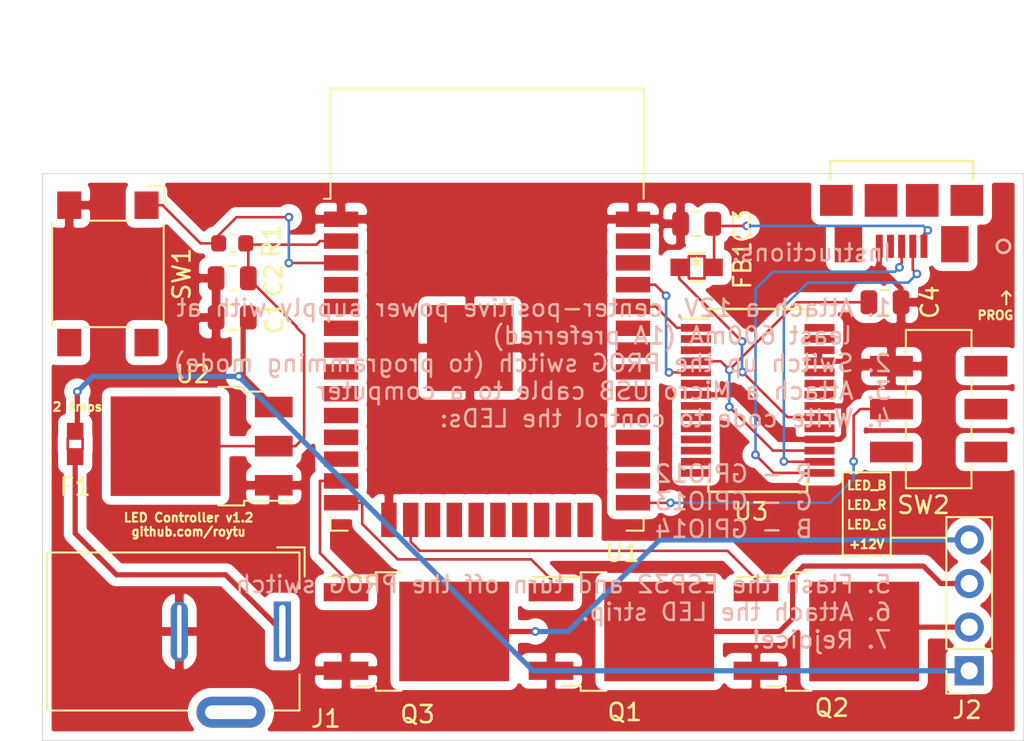
<source format=kicad_pcb>
(kicad_pcb (version 20171130) (host pcbnew "(5.1.6)-1")

  (general
    (thickness 1.6)
    (drawings 24)
    (tracks 160)
    (zones 0)
    (modules 18)
    (nets 67)
  )

  (page A4)
  (layers
    (0 F.Cu signal)
    (31 B.Cu signal)
    (32 B.Adhes user hide)
    (33 F.Adhes user hide)
    (34 B.Paste user)
    (35 F.Paste user)
    (36 B.SilkS user)
    (37 F.SilkS user)
    (38 B.Mask user)
    (39 F.Mask user)
    (40 Dwgs.User user hide)
    (41 Cmts.User user hide)
    (42 Eco1.User user hide)
    (43 Eco2.User user hide)
    (44 Edge.Cuts user)
    (45 Margin user)
    (46 B.CrtYd user)
    (47 F.CrtYd user)
    (48 B.Fab user hide)
    (49 F.Fab user hide)
  )

  (setup
    (last_trace_width 0.1524)
    (user_trace_width 0.1524)
    (user_trace_width 0.3048)
    (trace_clearance 0.1524)
    (zone_clearance 0.508)
    (zone_45_only no)
    (trace_min 0.1524)
    (via_size 0.508)
    (via_drill 0.254)
    (via_min_size 0.508)
    (via_min_drill 0.254)
    (uvia_size 0.508)
    (uvia_drill 0.254)
    (uvias_allowed no)
    (uvia_min_size 0)
    (uvia_min_drill 0)
    (edge_width 0.05)
    (segment_width 0.2)
    (pcb_text_width 0.3)
    (pcb_text_size 1.5 1.5)
    (mod_edge_width 0.12)
    (mod_text_size 1 1)
    (mod_text_width 0.15)
    (pad_size 1.524 1.524)
    (pad_drill 0.762)
    (pad_to_mask_clearance 0.0508)
    (aux_axis_origin 0 0)
    (visible_elements 7FFFFFFF)
    (pcbplotparams
      (layerselection 0x010fc_ffffffff)
      (usegerberextensions false)
      (usegerberattributes true)
      (usegerberadvancedattributes true)
      (creategerberjobfile true)
      (excludeedgelayer true)
      (linewidth 0.100000)
      (plotframeref false)
      (viasonmask false)
      (mode 1)
      (useauxorigin false)
      (hpglpennumber 1)
      (hpglpenspeed 20)
      (hpglpendiameter 15.000000)
      (psnegative false)
      (psa4output false)
      (plotreference true)
      (plotvalue true)
      (plotinvisibletext false)
      (padsonsilk false)
      (subtractmaskfromsilk false)
      (outputformat 1)
      (mirror false)
      (drillshape 1)
      (scaleselection 1)
      (outputdirectory ""))
  )

  (net 0 "")
  (net 1 GND)
  (net 2 +12V)
  (net 3 +3.3V)
  (net 4 "Net-(F1-Pad1)")
  (net 5 "Net-(J1-Pad3)")
  (net 6 LED_B)
  (net 7 LED_G)
  (net 8 LED_R)
  (net 9 RX)
  (net 10 TX)
  (net 11 GPIO_R)
  (net 12 GPIO_G)
  (net 13 GPIO_B)
  (net 14 RST)
  (net 15 "Net-(SW2-Pad2)")
  (net 16 "Net-(SW2-Pad1)")
  (net 17 "Net-(U1-Pad37)")
  (net 18 "Net-(U1-Pad36)")
  (net 19 "Net-(U1-Pad33)")
  (net 20 "Net-(U1-Pad32)")
  (net 21 "Net-(U1-Pad31)")
  (net 22 "Net-(U1-Pad30)")
  (net 23 "Net-(U1-Pad29)")
  (net 24 "Net-(U1-Pad28)")
  (net 25 "Net-(U1-Pad27)")
  (net 26 "Net-(U1-Pad26)")
  (net 27 "Net-(U1-Pad24)")
  (net 28 "Net-(U1-Pad23)")
  (net 29 "Net-(U1-Pad22)")
  (net 30 "Net-(U1-Pad21)")
  (net 31 "Net-(U1-Pad20)")
  (net 32 "Net-(U1-Pad19)")
  (net 33 "Net-(U1-Pad18)")
  (net 34 "Net-(U1-Pad17)")
  (net 35 "Net-(U1-Pad12)")
  (net 36 "Net-(U1-Pad11)")
  (net 37 "Net-(U1-Pad10)")
  (net 38 "Net-(U1-Pad9)")
  (net 39 "Net-(U1-Pad8)")
  (net 40 "Net-(U1-Pad7)")
  (net 41 "Net-(U1-Pad6)")
  (net 42 "Net-(U1-Pad5)")
  (net 43 "Net-(U1-Pad4)")
  (net 44 VCC_USB)
  (net 45 "Net-(FB1-Pad1)")
  (net 46 "Net-(J3-Pad6)")
  (net 47 "Net-(J3-Pad4)")
  (net 48 D+)
  (net 49 D-)
  (net 50 "Net-(SW1-Pad4)")
  (net 51 "Net-(SW1-Pad2)")
  (net 52 "Net-(U3-Pad28)")
  (net 53 "Net-(U3-Pad27)")
  (net 54 "Net-(U3-Pad23)")
  (net 55 "Net-(U3-Pad22)")
  (net 56 "Net-(U3-Pad19)")
  (net 57 "Net-(U3-Pad14)")
  (net 58 "Net-(U3-Pad13)")
  (net 59 "Net-(U3-Pad12)")
  (net 60 "Net-(U3-Pad11)")
  (net 61 "Net-(U3-Pad10)")
  (net 62 "Net-(U3-Pad9)")
  (net 63 "Net-(U3-Pad6)")
  (net 64 "Net-(U3-Pad3)")
  (net 65 "Net-(U3-Pad2)")
  (net 66 "Net-(C4-Pad1)")

  (net_class Default "This is the default net class."
    (clearance 0.1524)
    (trace_width 0.1524)
    (via_dia 0.508)
    (via_drill 0.254)
    (uvia_dia 0.508)
    (uvia_drill 0.254)
    (diff_pair_width 0.1778)
    (diff_pair_gap 0.254)
    (add_net +12V)
    (add_net +3.3V)
    (add_net D+)
    (add_net D-)
    (add_net GND)
    (add_net GPIO_B)
    (add_net GPIO_G)
    (add_net GPIO_R)
    (add_net LED_B)
    (add_net LED_G)
    (add_net LED_R)
    (add_net "Net-(C4-Pad1)")
    (add_net "Net-(F1-Pad1)")
    (add_net "Net-(FB1-Pad1)")
    (add_net "Net-(J1-Pad3)")
    (add_net "Net-(J3-Pad4)")
    (add_net "Net-(J3-Pad6)")
    (add_net "Net-(SW1-Pad2)")
    (add_net "Net-(SW1-Pad4)")
    (add_net "Net-(SW2-Pad1)")
    (add_net "Net-(SW2-Pad2)")
    (add_net "Net-(U1-Pad10)")
    (add_net "Net-(U1-Pad11)")
    (add_net "Net-(U1-Pad12)")
    (add_net "Net-(U1-Pad17)")
    (add_net "Net-(U1-Pad18)")
    (add_net "Net-(U1-Pad19)")
    (add_net "Net-(U1-Pad20)")
    (add_net "Net-(U1-Pad21)")
    (add_net "Net-(U1-Pad22)")
    (add_net "Net-(U1-Pad23)")
    (add_net "Net-(U1-Pad24)")
    (add_net "Net-(U1-Pad26)")
    (add_net "Net-(U1-Pad27)")
    (add_net "Net-(U1-Pad28)")
    (add_net "Net-(U1-Pad29)")
    (add_net "Net-(U1-Pad30)")
    (add_net "Net-(U1-Pad31)")
    (add_net "Net-(U1-Pad32)")
    (add_net "Net-(U1-Pad33)")
    (add_net "Net-(U1-Pad36)")
    (add_net "Net-(U1-Pad37)")
    (add_net "Net-(U1-Pad4)")
    (add_net "Net-(U1-Pad5)")
    (add_net "Net-(U1-Pad6)")
    (add_net "Net-(U1-Pad7)")
    (add_net "Net-(U1-Pad8)")
    (add_net "Net-(U1-Pad9)")
    (add_net "Net-(U3-Pad10)")
    (add_net "Net-(U3-Pad11)")
    (add_net "Net-(U3-Pad12)")
    (add_net "Net-(U3-Pad13)")
    (add_net "Net-(U3-Pad14)")
    (add_net "Net-(U3-Pad19)")
    (add_net "Net-(U3-Pad2)")
    (add_net "Net-(U3-Pad22)")
    (add_net "Net-(U3-Pad23)")
    (add_net "Net-(U3-Pad27)")
    (add_net "Net-(U3-Pad28)")
    (add_net "Net-(U3-Pad3)")
    (add_net "Net-(U3-Pad6)")
    (add_net "Net-(U3-Pad9)")
    (add_net RST)
    (add_net RX)
    (add_net TX)
    (add_net VCC_USB)
  )

  (module Capacitor_SMD:C_0805_2012Metric (layer F.Cu) (tedit 5B36C52B) (tstamp 5F4BD473)
    (at 102.4105 110.363)
    (descr "Capacitor SMD 0805 (2012 Metric), square (rectangular) end terminal, IPC_7351 nominal, (Body size source: https://docs.google.com/spreadsheets/d/1BsfQQcO9C6DZCsRaXUlFlo91Tg2WpOkGARC1WS5S8t0/edit?usp=sharing), generated with kicad-footprint-generator")
    (tags capacitor)
    (path /5F5919D3)
    (attr smd)
    (fp_text reference C4 (at 2.6185 0 90) (layer F.SilkS)
      (effects (font (size 1 1) (thickness 0.15)))
    )
    (fp_text value 10nF (at 0 1.65) (layer F.Fab)
      (effects (font (size 1 1) (thickness 0.15)))
    )
    (fp_line (start -1 0.6) (end -1 -0.6) (layer F.Fab) (width 0.1))
    (fp_line (start -1 -0.6) (end 1 -0.6) (layer F.Fab) (width 0.1))
    (fp_line (start 1 -0.6) (end 1 0.6) (layer F.Fab) (width 0.1))
    (fp_line (start 1 0.6) (end -1 0.6) (layer F.Fab) (width 0.1))
    (fp_line (start -0.258578 -0.71) (end 0.258578 -0.71) (layer F.SilkS) (width 0.12))
    (fp_line (start -0.258578 0.71) (end 0.258578 0.71) (layer F.SilkS) (width 0.12))
    (fp_line (start -1.68 0.95) (end -1.68 -0.95) (layer F.CrtYd) (width 0.05))
    (fp_line (start -1.68 -0.95) (end 1.68 -0.95) (layer F.CrtYd) (width 0.05))
    (fp_line (start 1.68 -0.95) (end 1.68 0.95) (layer F.CrtYd) (width 0.05))
    (fp_line (start 1.68 0.95) (end -1.68 0.95) (layer F.CrtYd) (width 0.05))
    (fp_text user %R (at 0 0) (layer F.Fab)
      (effects (font (size 0.5 0.5) (thickness 0.08)))
    )
    (pad 2 smd roundrect (at 0.9375 0) (size 0.975 1.4) (layers F.Cu F.Paste F.Mask) (roundrect_rratio 0.25)
      (net 1 GND))
    (pad 1 smd roundrect (at -0.9375 0) (size 0.975 1.4) (layers F.Cu F.Paste F.Mask) (roundrect_rratio 0.25)
      (net 66 "Net-(C4-Pad1)"))
    (model ${KISYS3DMOD}/Capacitor_SMD.3dshapes/C_0805_2012Metric.wrl
      (at (xyz 0 0 0))
      (scale (xyz 1 1 1))
      (rotate (xyz 0 0 0))
    )
  )

  (module led_strip_controller:F0603E2R00FSTR (layer F.Cu) (tedit 0) (tstamp 5EDB3F6D)
    (at 55.245 118.618 90)
    (path /5ED74AF3)
    (fp_text reference F1 (at -2.5019 0 180) (layer F.SilkS)
      (effects (font (size 1 1) (thickness 0.15)))
    )
    (fp_text value "Fuse (2A)" (at 0.8001 -0.889 90) (layer F.SilkS) hide
      (effects (font (size 1 1) (thickness 0.15)))
    )
    (fp_line (start -0.3683 0.4826) (end -0.3683 -0.4826) (layer F.Fab) (width 0.1524))
    (fp_line (start -0.3683 -0.4826) (end -0.8763 -0.4826) (layer F.Fab) (width 0.1524))
    (fp_line (start -0.8763 -0.4826) (end -0.8763 0.4826) (layer F.Fab) (width 0.1524))
    (fp_line (start -0.8763 0.4826) (end -0.3683 0.4826) (layer F.Fab) (width 0.1524))
    (fp_line (start 0.3683 -0.4826) (end 0.3683 0.4826) (layer F.Fab) (width 0.1524))
    (fp_line (start 0.3683 0.4826) (end 0.8763 0.4826) (layer F.Fab) (width 0.1524))
    (fp_line (start 0.8763 0.4826) (end 0.8763 -0.4826) (layer F.Fab) (width 0.1524))
    (fp_line (start 0.8763 -0.4826) (end 0.3683 -0.4826) (layer F.Fab) (width 0.1524))
    (fp_line (start -0.8763 0.4826) (end 0.8763 0.4826) (layer F.Fab) (width 0.1524))
    (fp_line (start 0.8763 0.4826) (end 0.8763 -0.4826) (layer F.Fab) (width 0.1524))
    (fp_line (start 0.8763 -0.4826) (end -0.8763 -0.4826) (layer F.Fab) (width 0.1524))
    (fp_line (start -0.8763 -0.4826) (end -0.8763 0.4826) (layer F.Fab) (width 0.1524))
    (fp_line (start -0.3175 -0.4318) (end 0.3175 -0.4318) (layer F.Cu) (width 0.1524))
    (fp_line (start 0.3175 -0.4318) (end 0.3175 0.4318) (layer F.Cu) (width 0.1524))
    (fp_line (start 0.3175 0.4318) (end -0.3175 0.4318) (layer F.Cu) (width 0.1524))
    (fp_line (start -0.3175 0.4318) (end -0.3175 -0.4318) (layer F.Cu) (width 0.1524))
    (fp_line (start -1.4859 0.7366) (end -1.4859 -0.7366) (layer F.CrtYd) (width 0.1524))
    (fp_line (start -1.4859 -0.7366) (end 1.4859 -0.7366) (layer F.CrtYd) (width 0.1524))
    (fp_line (start 1.4859 -0.7366) (end 1.4859 0.7366) (layer F.CrtYd) (width 0.1524))
    (fp_line (start 1.4859 0.7366) (end -1.4859 0.7366) (layer F.CrtYd) (width 0.1524))
    (fp_circle (center -0.6731 0) (end -0.6731 0) (layer F.Fab) (width 0.1524))
    (fp_text user 0.029in/0.737mm (at 0 3.5306 90) (layer Dwgs.User)
      (effects (font (size 1 1) (thickness 0.15)))
    )
    (fp_text user 0.097in/2.464mm (at 0 -3.5306 90) (layer Dwgs.User)
      (effects (font (size 1 1) (thickness 0.15)))
    )
    (fp_text user 0.038in/0.965mm (at 3.9243 0 90) (layer Dwgs.User)
      (effects (font (size 1 1) (thickness 0.15)))
    )
    (fp_text user * (at 0 0 90) (layer F.Fab)
      (effects (font (size 1 1) (thickness 0.15)))
    )
    (fp_text user "Copyright 2016 Accelerated Designs. All rights reserved." (at 0 0 90) (layer Cmts.User)
      (effects (font (size 0.127 0.127) (thickness 0.002)))
    )
    (pad 2 smd rect (at 0.8001 0 90) (size 0.8636 0.9652) (layers F.Cu F.Paste F.Mask)
      (net 2 +12V))
    (pad 1 smd rect (at -0.8001 0 90) (size 0.8636 0.9652) (layers F.Cu F.Paste F.Mask)
      (net 4 "Net-(F1-Pad1)"))
  )

  (module Package_SO:SSOP-28_5.3x10.2mm_P0.65mm (layer F.Cu) (tedit 5A02F25C) (tstamp 5F4B58A9)
    (at 94.996 116.078)
    (descr "28-Lead Plastic Shrink Small Outline (SS)-5.30 mm Body [SSOP] (see Microchip Packaging Specification 00000049BS.pdf)")
    (tags "SSOP 0.65")
    (path /5F4ADF73)
    (attr smd)
    (fp_text reference U3 (at -0.381 6.477) (layer F.SilkS)
      (effects (font (size 1 1) (thickness 0.15)))
    )
    (fp_text value FT232RL (at 0 6.25) (layer F.Fab)
      (effects (font (size 1 1) (thickness 0.15)))
    )
    (fp_line (start -1.65 -5.1) (end 2.65 -5.1) (layer F.Fab) (width 0.15))
    (fp_line (start 2.65 -5.1) (end 2.65 5.1) (layer F.Fab) (width 0.15))
    (fp_line (start 2.65 5.1) (end -2.65 5.1) (layer F.Fab) (width 0.15))
    (fp_line (start -2.65 5.1) (end -2.65 -4.1) (layer F.Fab) (width 0.15))
    (fp_line (start -2.65 -4.1) (end -1.65 -5.1) (layer F.Fab) (width 0.15))
    (fp_line (start -4.75 -5.5) (end -4.75 5.5) (layer F.CrtYd) (width 0.05))
    (fp_line (start 4.75 -5.5) (end 4.75 5.5) (layer F.CrtYd) (width 0.05))
    (fp_line (start -4.75 -5.5) (end 4.75 -5.5) (layer F.CrtYd) (width 0.05))
    (fp_line (start -4.75 5.5) (end 4.75 5.5) (layer F.CrtYd) (width 0.05))
    (fp_line (start -2.875 -5.325) (end -2.875 -4.75) (layer F.SilkS) (width 0.15))
    (fp_line (start 2.875 -5.325) (end 2.875 -4.675) (layer F.SilkS) (width 0.15))
    (fp_line (start 2.875 5.325) (end 2.875 4.675) (layer F.SilkS) (width 0.15))
    (fp_line (start -2.875 5.325) (end -2.875 4.675) (layer F.SilkS) (width 0.15))
    (fp_line (start -2.875 -5.325) (end 2.875 -5.325) (layer F.SilkS) (width 0.15))
    (fp_line (start -2.875 5.325) (end 2.875 5.325) (layer F.SilkS) (width 0.15))
    (fp_line (start -2.875 -4.75) (end -4.475 -4.75) (layer F.SilkS) (width 0.15))
    (fp_text user %R (at 0 0) (layer F.Fab)
      (effects (font (size 0.8 0.8) (thickness 0.15)))
    )
    (pad 28 smd rect (at 3.6 -4.225) (size 1.75 0.45) (layers F.Cu F.Paste F.Mask)
      (net 52 "Net-(U3-Pad28)"))
    (pad 27 smd rect (at 3.6 -3.575) (size 1.75 0.45) (layers F.Cu F.Paste F.Mask)
      (net 53 "Net-(U3-Pad27)"))
    (pad 26 smd rect (at 3.6 -2.925) (size 1.75 0.45) (layers F.Cu F.Paste F.Mask)
      (net 1 GND))
    (pad 25 smd rect (at 3.6 -2.275) (size 1.75 0.45) (layers F.Cu F.Paste F.Mask)
      (net 1 GND))
    (pad 24 smd rect (at 3.6 -1.625) (size 1.75 0.45) (layers F.Cu F.Paste F.Mask))
    (pad 23 smd rect (at 3.6 -0.975) (size 1.75 0.45) (layers F.Cu F.Paste F.Mask)
      (net 54 "Net-(U3-Pad23)"))
    (pad 22 smd rect (at 3.6 -0.325) (size 1.75 0.45) (layers F.Cu F.Paste F.Mask)
      (net 55 "Net-(U3-Pad22)"))
    (pad 21 smd rect (at 3.6 0.325) (size 1.75 0.45) (layers F.Cu F.Paste F.Mask)
      (net 1 GND))
    (pad 20 smd rect (at 3.6 0.975) (size 1.75 0.45) (layers F.Cu F.Paste F.Mask)
      (net 45 "Net-(FB1-Pad1)"))
    (pad 19 smd rect (at 3.6 1.625) (size 1.75 0.45) (layers F.Cu F.Paste F.Mask)
      (net 56 "Net-(U3-Pad19)"))
    (pad 18 smd rect (at 3.6 2.275) (size 1.75 0.45) (layers F.Cu F.Paste F.Mask)
      (net 1 GND))
    (pad 17 smd rect (at 3.6 2.925) (size 1.75 0.45) (layers F.Cu F.Paste F.Mask)
      (net 66 "Net-(C4-Pad1)"))
    (pad 16 smd rect (at 3.6 3.575) (size 1.75 0.45) (layers F.Cu F.Paste F.Mask)
      (net 49 D-))
    (pad 15 smd rect (at 3.6 4.225) (size 1.75 0.45) (layers F.Cu F.Paste F.Mask)
      (net 48 D+))
    (pad 14 smd rect (at -3.6 4.225) (size 1.75 0.45) (layers F.Cu F.Paste F.Mask)
      (net 57 "Net-(U3-Pad14)"))
    (pad 13 smd rect (at -3.6 3.575) (size 1.75 0.45) (layers F.Cu F.Paste F.Mask)
      (net 58 "Net-(U3-Pad13)"))
    (pad 12 smd rect (at -3.6 2.925) (size 1.75 0.45) (layers F.Cu F.Paste F.Mask)
      (net 59 "Net-(U3-Pad12)"))
    (pad 11 smd rect (at -3.6 2.275) (size 1.75 0.45) (layers F.Cu F.Paste F.Mask)
      (net 60 "Net-(U3-Pad11)"))
    (pad 10 smd rect (at -3.6 1.625) (size 1.75 0.45) (layers F.Cu F.Paste F.Mask)
      (net 61 "Net-(U3-Pad10)"))
    (pad 9 smd rect (at -3.6 0.975) (size 1.75 0.45) (layers F.Cu F.Paste F.Mask)
      (net 62 "Net-(U3-Pad9)"))
    (pad 8 smd rect (at -3.6 0.325) (size 1.75 0.45) (layers F.Cu F.Paste F.Mask))
    (pad 7 smd rect (at -3.6 -0.325) (size 1.75 0.45) (layers F.Cu F.Paste F.Mask)
      (net 1 GND))
    (pad 6 smd rect (at -3.6 -0.975) (size 1.75 0.45) (layers F.Cu F.Paste F.Mask)
      (net 63 "Net-(U3-Pad6)"))
    (pad 5 smd rect (at -3.6 -1.625) (size 1.75 0.45) (layers F.Cu F.Paste F.Mask)
      (net 10 TX))
    (pad 4 smd rect (at -3.6 -2.275) (size 1.75 0.45) (layers F.Cu F.Paste F.Mask)
      (net 66 "Net-(C4-Pad1)"))
    (pad 3 smd rect (at -3.6 -2.925) (size 1.75 0.45) (layers F.Cu F.Paste F.Mask)
      (net 64 "Net-(U3-Pad3)"))
    (pad 2 smd rect (at -3.6 -3.575) (size 1.75 0.45) (layers F.Cu F.Paste F.Mask)
      (net 65 "Net-(U3-Pad2)"))
    (pad 1 smd rect (at -3.6 -4.225) (size 1.75 0.45) (layers F.Cu F.Paste F.Mask)
      (net 9 RX))
    (model ${KISYS3DMOD}/Package_SO.3dshapes/SSOP-28_5.3x10.2mm_P0.65mm.wrl
      (at (xyz 0 0 0))
      (scale (xyz 1 1 1))
      (rotate (xyz 0 0 0))
    )
  )

  (module led_strip_controller:10118192-0002LF (layer F.Cu) (tedit 0) (tstamp 5F4B3C77)
    (at 103.378 104.902 180)
    (path /5F4C5FC6)
    (fp_text reference J3 (at 5.969 -4.191) (layer F.SilkS) hide
      (effects (font (size 1 1) (thickness 0.15)))
    )
    (fp_text value USB_B_Micro (at 0 -4.191) (layer F.SilkS) hide
      (effects (font (size 1 1) (thickness 0.15)))
    )
    (fp_line (start -4.1529 2.755899) (end 4.1529 2.755899) (layer F.SilkS) (width 0.1524))
    (fp_line (start 4.1529 2.755899) (end 4.1529 1.705541) (layer F.SilkS) (width 0.1524))
    (fp_line (start -4.1529 1.705541) (end -4.1529 2.755899) (layer F.SilkS) (width 0.1524))
    (fp_line (start -4.0259 2.628899) (end 4.0259 2.628899) (layer F.Fab) (width 0.1524))
    (fp_line (start 4.0259 2.628899) (end 4.0259 -2.6289) (layer F.Fab) (width 0.1524))
    (fp_line (start 4.0259 -2.6289) (end -4.0259 -2.6289) (layer F.Fab) (width 0.1524))
    (fp_line (start -4.0259 -2.6289) (end -4.0259 2.628899) (layer F.Fab) (width 0.1524))
    (fp_line (start -4.9557 -3.133) (end -4.9557 2.882899) (layer F.CrtYd) (width 0.1524))
    (fp_line (start -4.9557 2.882899) (end 4.9557 2.882899) (layer F.CrtYd) (width 0.1524))
    (fp_line (start 4.9557 2.882899) (end 4.9557 -3.133) (layer F.CrtYd) (width 0.1524))
    (fp_line (start 4.9557 -3.133) (end -4.9557 -3.133) (layer F.CrtYd) (width 0.1524))
    (fp_circle (center -1.3 -4.1089) (end -0.919 -4.1089) (layer F.Fab) (width 0.1524))
    (fp_circle (center -5.9309 -2.2039) (end -5.5499 -2.2039) (layer F.SilkS) (width 0.1524))
    (fp_circle (center -5.9309 -2.2039) (end -5.5499 -2.2039) (layer B.SilkS) (width 0.1524))
    (fp_text user * (at 0 0) (layer F.Fab)
      (effects (font (size 1 1) (thickness 0.15)))
    )
    (fp_text user * (at 6.096 -2.667) (layer F.SilkS) hide
      (effects (font (size 1 1) (thickness 0.15)))
    )
    (fp_text user "Copyright 2016 Accelerated Designs. All rights reserved." (at 0 0) (layer Cmts.User)
      (effects (font (size 0.127 0.127) (thickness 0.002)))
    )
    (pad 11 smd rect (at 1.2 0.471101 270) (size 1.905 1.905) (layers F.Cu F.Paste F.Mask))
    (pad 10 smd rect (at -1.2 0.471101 270) (size 1.905 1.905) (layers F.Cu F.Paste F.Mask))
    (pad 9 smd rect (at 3.8 0.471101 270) (size 1.8034 1.905) (layers F.Cu F.Paste F.Mask))
    (pad 8 smd rect (at -3.8 0.471101 270) (size 1.8034 1.905) (layers F.Cu F.Paste F.Mask))
    (pad 7 smd rect (at 3.099999 -2.078899 270) (size 2.1082 1.6002) (layers F.Cu F.Paste F.Mask))
    (pad 6 smd rect (at -3.099999 -2.078899 270) (size 2.1082 1.6002) (layers F.Cu F.Paste F.Mask)
      (net 46 "Net-(J3-Pad6)"))
    (pad 5 smd rect (at 1.3 -2.2039 180) (size 0.4064 1.3462) (layers F.Cu F.Paste F.Mask)
      (net 1 GND))
    (pad 4 smd rect (at 0.649999 -2.2039 180) (size 0.4064 1.3462) (layers F.Cu F.Paste F.Mask)
      (net 47 "Net-(J3-Pad4)"))
    (pad 3 smd rect (at 0 -2.2039 180) (size 0.4064 1.3462) (layers F.Cu F.Paste F.Mask)
      (net 48 D+))
    (pad 2 smd rect (at -0.649999 -2.2039 180) (size 0.4064 1.3462) (layers F.Cu F.Paste F.Mask)
      (net 49 D-))
    (pad 1 smd rect (at -1.3 -2.2039 180) (size 0.4064 1.3462) (layers F.Cu F.Paste F.Mask)
      (net 44 VCC_USB))
  )

  (module led_strip_controller:MH2029-400Y (layer F.Cu) (tedit 0) (tstamp 5F4BA202)
    (at 91.44 108.331)
    (path /5F5140E2)
    (fp_text reference FB1 (at 2.667 -0.127 90) (layer F.SilkS)
      (effects (font (size 1 1) (thickness 0.15)))
    )
    (fp_text value Ferrite_Bead (at 7.874 -11.049) (layer F.SilkS) hide
      (effects (font (size 1 1) (thickness 0.15)))
    )
    (fp_line (start -0.408453 0.8255) (end 0.408453 0.8255) (layer F.SilkS) (width 0.1524))
    (fp_line (start 0.408453 -0.8255) (end -0.408453 -0.8255) (layer F.SilkS) (width 0.1524))
    (fp_line (start -1.1049 0.6985) (end 1.1049 0.6985) (layer F.Fab) (width 0.1524))
    (fp_line (start 1.1049 0.6985) (end 1.1049 -0.6985) (layer F.Fab) (width 0.1524))
    (fp_line (start 1.1049 -0.6985) (end -1.1049 -0.6985) (layer F.Fab) (width 0.1524))
    (fp_line (start -1.1049 -0.6985) (end -1.1049 0.6985) (layer F.Fab) (width 0.1524))
    (fp_line (start -0.4572 -0.6477) (end 0.4572 -0.6477) (layer F.Cu) (width 0.1524))
    (fp_line (start 0.4572 -0.6477) (end 0.4572 0.6477) (layer F.Cu) (width 0.1524))
    (fp_line (start 0.4572 0.6477) (end -0.4572 0.6477) (layer F.Cu) (width 0.1524))
    (fp_line (start -0.4572 0.6477) (end -0.4572 -0.6477) (layer F.Cu) (width 0.1524))
    (fp_line (start -1.778 0.762) (end -1.778 -0.762) (layer F.CrtYd) (width 0.1524))
    (fp_line (start -1.778 -0.762) (end -1.3589 -0.762) (layer F.CrtYd) (width 0.1524))
    (fp_line (start -1.3589 -0.762) (end -1.3589 -0.9525) (layer F.CrtYd) (width 0.1524))
    (fp_line (start -1.3589 -0.9525) (end 1.3589 -0.9525) (layer F.CrtYd) (width 0.1524))
    (fp_line (start 1.3589 -0.9525) (end 1.3589 -0.762) (layer F.CrtYd) (width 0.1524))
    (fp_line (start 1.3589 -0.762) (end 1.778 -0.762) (layer F.CrtYd) (width 0.1524))
    (fp_line (start 1.778 -0.762) (end 1.778 0.762) (layer F.CrtYd) (width 0.1524))
    (fp_line (start 1.778 0.762) (end 1.3589 0.762) (layer F.CrtYd) (width 0.1524))
    (fp_line (start 1.3589 0.762) (end 1.3589 0.9525) (layer F.CrtYd) (width 0.1524))
    (fp_line (start 1.3589 0.9525) (end -1.3589 0.9525) (layer F.CrtYd) (width 0.1524))
    (fp_line (start -1.3589 0.9525) (end -1.3589 0.762) (layer F.CrtYd) (width 0.1524))
    (fp_line (start -1.3589 0.762) (end -1.778 0.762) (layer F.CrtYd) (width 0.1524))
    (fp_circle (center -1.0287 0) (end -1.0287 0) (layer F.Fab) (width 0.1524))
    (fp_text user 0.04in/1.016mm (at 0 -3.7465) (layer Dwgs.User)
      (effects (font (size 1 1) (thickness 0.15)))
    )
    (fp_text user 0.12in/3.048mm (at 0 3.7465) (layer Dwgs.User)
      (effects (font (size 1 1) (thickness 0.15)))
    )
    (fp_text user 0.04in/1.016mm (at 3.556 0) (layer Dwgs.User)
      (effects (font (size 1 1) (thickness 0.15)))
    )
    (fp_text user * (at 0 0) (layer F.Fab)
      (effects (font (size 1 1) (thickness 0.15)))
    )
    (fp_text user * (at 0 0) (layer F.SilkS)
      (effects (font (size 1 1) (thickness 0.15)))
    )
    (fp_text user "Copyright 2016 Accelerated Designs. All rights reserved." (at 0 0) (layer Cmts.User)
      (effects (font (size 0.127 0.127) (thickness 0.002)))
    )
    (pad 2 smd rect (at 1.016 0) (size 1.016 1.016) (layers F.Cu F.Paste F.Mask)
      (net 44 VCC_USB))
    (pad 1 smd rect (at -1.016 0) (size 1.016 1.016) (layers F.Cu F.Paste F.Mask)
      (net 45 "Net-(FB1-Pad1)"))
  )

  (module Capacitor_SMD:C_0805_2012Metric (layer F.Cu) (tedit 5B36C52B) (tstamp 5F4B91D6)
    (at 91.44 105.791 180)
    (descr "Capacitor SMD 0805 (2012 Metric), square (rectangular) end terminal, IPC_7351 nominal, (Body size source: https://docs.google.com/spreadsheets/d/1BsfQQcO9C6DZCsRaXUlFlo91Tg2WpOkGARC1WS5S8t0/edit?usp=sharing), generated with kicad-footprint-generator")
    (tags capacitor)
    (path /5F537D70)
    (attr smd)
    (fp_text reference C3 (at -2.667 -0.127 270) (layer F.SilkS)
      (effects (font (size 1 1) (thickness 0.15)))
    )
    (fp_text value 10nF (at 0 1.65) (layer F.Fab)
      (effects (font (size 1 1) (thickness 0.15)))
    )
    (fp_line (start -1 0.6) (end -1 -0.6) (layer F.Fab) (width 0.1))
    (fp_line (start -1 -0.6) (end 1 -0.6) (layer F.Fab) (width 0.1))
    (fp_line (start 1 -0.6) (end 1 0.6) (layer F.Fab) (width 0.1))
    (fp_line (start 1 0.6) (end -1 0.6) (layer F.Fab) (width 0.1))
    (fp_line (start -0.258578 -0.71) (end 0.258578 -0.71) (layer F.SilkS) (width 0.12))
    (fp_line (start -0.258578 0.71) (end 0.258578 0.71) (layer F.SilkS) (width 0.12))
    (fp_line (start -1.68 0.95) (end -1.68 -0.95) (layer F.CrtYd) (width 0.05))
    (fp_line (start -1.68 -0.95) (end 1.68 -0.95) (layer F.CrtYd) (width 0.05))
    (fp_line (start 1.68 -0.95) (end 1.68 0.95) (layer F.CrtYd) (width 0.05))
    (fp_line (start 1.68 0.95) (end -1.68 0.95) (layer F.CrtYd) (width 0.05))
    (fp_text user %R (at 0 0) (layer F.Fab)
      (effects (font (size 0.5 0.5) (thickness 0.08)))
    )
    (pad 2 smd roundrect (at 0.9375 0 180) (size 0.975 1.4) (layers F.Cu F.Paste F.Mask) (roundrect_rratio 0.25)
      (net 1 GND))
    (pad 1 smd roundrect (at -0.9375 0 180) (size 0.975 1.4) (layers F.Cu F.Paste F.Mask) (roundrect_rratio 0.25)
      (net 44 VCC_USB))
    (model ${KISYS3DMOD}/Capacitor_SMD.3dshapes/C_0805_2012Metric.wrl
      (at (xyz 0 0 0))
      (scale (xyz 1 1 1))
      (rotate (xyz 0 0 0))
    )
  )

  (module RF_Module:ESP32-WROOM-32 (layer F.Cu) (tedit 5B5B4654) (tstamp 5EDB40EB)
    (at 79.232 113.785)
    (descr "Single 2.4 GHz Wi-Fi and Bluetooth combo chip https://www.espressif.com/sites/default/files/documentation/esp32-wroom-32_datasheet_en.pdf")
    (tags "Single 2.4 GHz Wi-Fi and Bluetooth combo  chip")
    (path /5ED52C01)
    (attr smd)
    (fp_text reference U1 (at 7.89 11.183 180) (layer F.SilkS)
      (effects (font (size 1 1) (thickness 0.15)))
    )
    (fp_text value ESP32-WROOM-32D (at 0 11.5) (layer F.Fab)
      (effects (font (size 1 1) (thickness 0.15)))
    )
    (fp_line (start -9.12 -9.445) (end -9.5 -9.445) (layer F.SilkS) (width 0.12))
    (fp_line (start -9.12 -15.865) (end -9.12 -9.445) (layer F.SilkS) (width 0.12))
    (fp_line (start 9.12 -15.865) (end 9.12 -9.445) (layer F.SilkS) (width 0.12))
    (fp_line (start -9.12 -15.865) (end 9.12 -15.865) (layer F.SilkS) (width 0.12))
    (fp_line (start 9.12 9.88) (end 8.12 9.88) (layer F.SilkS) (width 0.12))
    (fp_line (start 9.12 9.1) (end 9.12 9.88) (layer F.SilkS) (width 0.12))
    (fp_line (start -9.12 9.88) (end -8.12 9.88) (layer F.SilkS) (width 0.12))
    (fp_line (start -9.12 9.1) (end -9.12 9.88) (layer F.SilkS) (width 0.12))
    (fp_line (start 8.4 -20.6) (end 8.2 -20.4) (layer Cmts.User) (width 0.1))
    (fp_line (start 8.4 -16) (end 8.4 -20.6) (layer Cmts.User) (width 0.1))
    (fp_line (start 8.4 -20.6) (end 8.6 -20.4) (layer Cmts.User) (width 0.1))
    (fp_line (start 8.4 -16) (end 8.6 -16.2) (layer Cmts.User) (width 0.1))
    (fp_line (start 8.4 -16) (end 8.2 -16.2) (layer Cmts.User) (width 0.1))
    (fp_line (start -9.2 -13.875) (end -9.4 -14.075) (layer Cmts.User) (width 0.1))
    (fp_line (start -13.8 -13.875) (end -9.2 -13.875) (layer Cmts.User) (width 0.1))
    (fp_line (start -9.2 -13.875) (end -9.4 -13.675) (layer Cmts.User) (width 0.1))
    (fp_line (start -13.8 -13.875) (end -13.6 -13.675) (layer Cmts.User) (width 0.1))
    (fp_line (start -13.8 -13.875) (end -13.6 -14.075) (layer Cmts.User) (width 0.1))
    (fp_line (start 9.2 -13.875) (end 9.4 -13.675) (layer Cmts.User) (width 0.1))
    (fp_line (start 9.2 -13.875) (end 9.4 -14.075) (layer Cmts.User) (width 0.1))
    (fp_line (start 13.8 -13.875) (end 13.6 -13.675) (layer Cmts.User) (width 0.1))
    (fp_line (start 13.8 -13.875) (end 13.6 -14.075) (layer Cmts.User) (width 0.1))
    (fp_line (start 9.2 -13.875) (end 13.8 -13.875) (layer Cmts.User) (width 0.1))
    (fp_line (start 14 -11.585) (end 12 -9.97) (layer Dwgs.User) (width 0.1))
    (fp_line (start 14 -13.2) (end 10 -9.97) (layer Dwgs.User) (width 0.1))
    (fp_line (start 14 -14.815) (end 8 -9.97) (layer Dwgs.User) (width 0.1))
    (fp_line (start 14 -16.43) (end 6 -9.97) (layer Dwgs.User) (width 0.1))
    (fp_line (start 14 -18.045) (end 4 -9.97) (layer Dwgs.User) (width 0.1))
    (fp_line (start 14 -19.66) (end 2 -9.97) (layer Dwgs.User) (width 0.1))
    (fp_line (start 13.475 -20.75) (end 0 -9.97) (layer Dwgs.User) (width 0.1))
    (fp_line (start 11.475 -20.75) (end -2 -9.97) (layer Dwgs.User) (width 0.1))
    (fp_line (start 9.475 -20.75) (end -4 -9.97) (layer Dwgs.User) (width 0.1))
    (fp_line (start 7.475 -20.75) (end -6 -9.97) (layer Dwgs.User) (width 0.1))
    (fp_line (start -8 -9.97) (end 5.475 -20.75) (layer Dwgs.User) (width 0.1))
    (fp_line (start 3.475 -20.75) (end -10 -9.97) (layer Dwgs.User) (width 0.1))
    (fp_line (start 1.475 -20.75) (end -12 -9.97) (layer Dwgs.User) (width 0.1))
    (fp_line (start -0.525 -20.75) (end -14 -9.97) (layer Dwgs.User) (width 0.1))
    (fp_line (start -2.525 -20.75) (end -14 -11.585) (layer Dwgs.User) (width 0.1))
    (fp_line (start -4.525 -20.75) (end -14 -13.2) (layer Dwgs.User) (width 0.1))
    (fp_line (start -6.525 -20.75) (end -14 -14.815) (layer Dwgs.User) (width 0.1))
    (fp_line (start -8.525 -20.75) (end -14 -16.43) (layer Dwgs.User) (width 0.1))
    (fp_line (start -10.525 -20.75) (end -14 -18.045) (layer Dwgs.User) (width 0.1))
    (fp_line (start -12.525 -20.75) (end -14 -19.66) (layer Dwgs.User) (width 0.1))
    (fp_line (start 9.75 -9.72) (end 14.25 -9.72) (layer F.CrtYd) (width 0.05))
    (fp_line (start -14.25 -9.72) (end -9.75 -9.72) (layer F.CrtYd) (width 0.05))
    (fp_line (start 14.25 -21) (end 14.25 -9.72) (layer F.CrtYd) (width 0.05))
    (fp_line (start -14.25 -21) (end -14.25 -9.72) (layer F.CrtYd) (width 0.05))
    (fp_line (start 14 -20.75) (end -14 -20.75) (layer Dwgs.User) (width 0.1))
    (fp_line (start 14 -9.97) (end 14 -20.75) (layer Dwgs.User) (width 0.1))
    (fp_line (start 14 -9.97) (end -14 -9.97) (layer Dwgs.User) (width 0.1))
    (fp_line (start -9 -9.02) (end -8.5 -9.52) (layer F.Fab) (width 0.1))
    (fp_line (start -8.5 -9.52) (end -9 -10.02) (layer F.Fab) (width 0.1))
    (fp_line (start -9 -9.02) (end -9 9.76) (layer F.Fab) (width 0.1))
    (fp_line (start -14.25 -21) (end 14.25 -21) (layer F.CrtYd) (width 0.05))
    (fp_line (start 9.75 -9.72) (end 9.75 10.5) (layer F.CrtYd) (width 0.05))
    (fp_line (start -9.75 10.5) (end 9.75 10.5) (layer F.CrtYd) (width 0.05))
    (fp_line (start -9.75 10.5) (end -9.75 -9.72) (layer F.CrtYd) (width 0.05))
    (fp_line (start -9 -15.745) (end 9 -15.745) (layer F.Fab) (width 0.1))
    (fp_line (start -9 -15.745) (end -9 -10.02) (layer F.Fab) (width 0.1))
    (fp_line (start -9 9.76) (end 9 9.76) (layer F.Fab) (width 0.1))
    (fp_line (start 9 9.76) (end 9 -15.745) (layer F.Fab) (width 0.1))
    (fp_line (start -14 -9.97) (end -14 -20.75) (layer Dwgs.User) (width 0.1))
    (fp_text user "5 mm" (at 7.8 -19.075 90) (layer Cmts.User)
      (effects (font (size 0.5 0.5) (thickness 0.1)))
    )
    (fp_text user "5 mm" (at -11.2 -14.375) (layer Cmts.User)
      (effects (font (size 0.5 0.5) (thickness 0.1)))
    )
    (fp_text user "5 mm" (at 11.8 -14.375) (layer Cmts.User)
      (effects (font (size 0.5 0.5) (thickness 0.1)))
    )
    (fp_text user Antenna (at 0 -13) (layer Cmts.User)
      (effects (font (size 1 1) (thickness 0.15)))
    )
    (fp_text user "KEEP-OUT ZONE" (at 0 -19) (layer Cmts.User)
      (effects (font (size 1 1) (thickness 0.15)))
    )
    (fp_text user %R (at 0 0) (layer F.Fab)
      (effects (font (size 1 1) (thickness 0.15)))
    )
    (pad 38 smd rect (at 8.5 -8.255) (size 2 0.9) (layers F.Cu F.Paste F.Mask)
      (net 1 GND))
    (pad 37 smd rect (at 8.5 -6.985) (size 2 0.9) (layers F.Cu F.Paste F.Mask)
      (net 17 "Net-(U1-Pad37)"))
    (pad 36 smd rect (at 8.5 -5.715) (size 2 0.9) (layers F.Cu F.Paste F.Mask)
      (net 18 "Net-(U1-Pad36)"))
    (pad 35 smd rect (at 8.5 -4.445) (size 2 0.9) (layers F.Cu F.Paste F.Mask)
      (net 10 TX))
    (pad 34 smd rect (at 8.5 -3.175) (size 2 0.9) (layers F.Cu F.Paste F.Mask)
      (net 9 RX))
    (pad 33 smd rect (at 8.5 -1.905) (size 2 0.9) (layers F.Cu F.Paste F.Mask)
      (net 19 "Net-(U1-Pad33)"))
    (pad 32 smd rect (at 8.5 -0.635) (size 2 0.9) (layers F.Cu F.Paste F.Mask)
      (net 20 "Net-(U1-Pad32)"))
    (pad 31 smd rect (at 8.5 0.635) (size 2 0.9) (layers F.Cu F.Paste F.Mask)
      (net 21 "Net-(U1-Pad31)"))
    (pad 30 smd rect (at 8.5 1.905) (size 2 0.9) (layers F.Cu F.Paste F.Mask)
      (net 22 "Net-(U1-Pad30)"))
    (pad 29 smd rect (at 8.5 3.175) (size 2 0.9) (layers F.Cu F.Paste F.Mask)
      (net 23 "Net-(U1-Pad29)"))
    (pad 28 smd rect (at 8.5 4.445) (size 2 0.9) (layers F.Cu F.Paste F.Mask)
      (net 24 "Net-(U1-Pad28)"))
    (pad 27 smd rect (at 8.5 5.715) (size 2 0.9) (layers F.Cu F.Paste F.Mask)
      (net 25 "Net-(U1-Pad27)"))
    (pad 26 smd rect (at 8.5 6.985) (size 2 0.9) (layers F.Cu F.Paste F.Mask)
      (net 26 "Net-(U1-Pad26)"))
    (pad 25 smd rect (at 8.5 8.255) (size 2 0.9) (layers F.Cu F.Paste F.Mask)
      (net 15 "Net-(SW2-Pad2)"))
    (pad 24 smd rect (at 5.715 9.255 90) (size 2 0.9) (layers F.Cu F.Paste F.Mask)
      (net 27 "Net-(U1-Pad24)"))
    (pad 23 smd rect (at 4.445 9.255 90) (size 2 0.9) (layers F.Cu F.Paste F.Mask)
      (net 28 "Net-(U1-Pad23)"))
    (pad 22 smd rect (at 3.175 9.255 90) (size 2 0.9) (layers F.Cu F.Paste F.Mask)
      (net 29 "Net-(U1-Pad22)"))
    (pad 21 smd rect (at 1.905 9.255 90) (size 2 0.9) (layers F.Cu F.Paste F.Mask)
      (net 30 "Net-(U1-Pad21)"))
    (pad 20 smd rect (at 0.635 9.255 90) (size 2 0.9) (layers F.Cu F.Paste F.Mask)
      (net 31 "Net-(U1-Pad20)"))
    (pad 19 smd rect (at -0.635 9.255 90) (size 2 0.9) (layers F.Cu F.Paste F.Mask)
      (net 32 "Net-(U1-Pad19)"))
    (pad 18 smd rect (at -1.905 9.255 90) (size 2 0.9) (layers F.Cu F.Paste F.Mask)
      (net 33 "Net-(U1-Pad18)"))
    (pad 17 smd rect (at -3.175 9.255 90) (size 2 0.9) (layers F.Cu F.Paste F.Mask)
      (net 34 "Net-(U1-Pad17)"))
    (pad 16 smd rect (at -4.445 9.255 90) (size 2 0.9) (layers F.Cu F.Paste F.Mask)
      (net 12 GPIO_G))
    (pad 15 smd rect (at -5.715 9.255 90) (size 2 0.9) (layers F.Cu F.Paste F.Mask)
      (net 1 GND))
    (pad 14 smd rect (at -8.5 8.255) (size 2 0.9) (layers F.Cu F.Paste F.Mask)
      (net 11 GPIO_R))
    (pad 13 smd rect (at -8.5 6.985) (size 2 0.9) (layers F.Cu F.Paste F.Mask)
      (net 13 GPIO_B))
    (pad 12 smd rect (at -8.5 5.715) (size 2 0.9) (layers F.Cu F.Paste F.Mask)
      (net 35 "Net-(U1-Pad12)"))
    (pad 11 smd rect (at -8.5 4.445) (size 2 0.9) (layers F.Cu F.Paste F.Mask)
      (net 36 "Net-(U1-Pad11)"))
    (pad 10 smd rect (at -8.5 3.175) (size 2 0.9) (layers F.Cu F.Paste F.Mask)
      (net 37 "Net-(U1-Pad10)"))
    (pad 9 smd rect (at -8.5 1.905) (size 2 0.9) (layers F.Cu F.Paste F.Mask)
      (net 38 "Net-(U1-Pad9)"))
    (pad 8 smd rect (at -8.5 0.635) (size 2 0.9) (layers F.Cu F.Paste F.Mask)
      (net 39 "Net-(U1-Pad8)"))
    (pad 7 smd rect (at -8.5 -0.635) (size 2 0.9) (layers F.Cu F.Paste F.Mask)
      (net 40 "Net-(U1-Pad7)"))
    (pad 6 smd rect (at -8.5 -1.905) (size 2 0.9) (layers F.Cu F.Paste F.Mask)
      (net 41 "Net-(U1-Pad6)"))
    (pad 5 smd rect (at -8.5 -3.175) (size 2 0.9) (layers F.Cu F.Paste F.Mask)
      (net 42 "Net-(U1-Pad5)"))
    (pad 4 smd rect (at -8.5 -4.445) (size 2 0.9) (layers F.Cu F.Paste F.Mask)
      (net 43 "Net-(U1-Pad4)"))
    (pad 3 smd rect (at -8.5 -5.715) (size 2 0.9) (layers F.Cu F.Paste F.Mask)
      (net 14 RST))
    (pad 2 smd rect (at -8.5 -6.985) (size 2 0.9) (layers F.Cu F.Paste F.Mask)
      (net 3 +3.3V))
    (pad 1 smd rect (at -8.5 -8.255) (size 2 0.9) (layers F.Cu F.Paste F.Mask)
      (net 1 GND))
    (pad 39 smd rect (at -1 -0.755) (size 5 5) (layers F.Cu F.Paste F.Mask)
      (net 1 GND))
    (model ${KISYS3DMOD}/RF_Module.3dshapes/ESP32-WROOM-32.wrl
      (at (xyz 0 0 0))
      (scale (xyz 1 1 1))
      (rotate (xyz 0 0 0))
    )
  )

  (module Connector_PinSocket_2.54mm:PinSocket_1x04_P2.54mm_Vertical (layer F.Cu) (tedit 5A19A429) (tstamp 5EDB3FA4)
    (at 107.315 131.826 180)
    (descr "Through hole straight socket strip, 1x04, 2.54mm pitch, single row (from Kicad 4.0.7), script generated")
    (tags "Through hole socket strip THT 1x04 2.54mm single row")
    (path /5ED624FF)
    (fp_text reference J2 (at 0.127 -2.286) (layer F.SilkS)
      (effects (font (size 1 1) (thickness 0.15)))
    )
    (fp_text value Conn_01x04_Female (at 0 10.39) (layer F.Fab)
      (effects (font (size 1 1) (thickness 0.15)))
    )
    (fp_line (start -1.8 9.4) (end -1.8 -1.8) (layer F.CrtYd) (width 0.05))
    (fp_line (start 1.75 9.4) (end -1.8 9.4) (layer F.CrtYd) (width 0.05))
    (fp_line (start 1.75 -1.8) (end 1.75 9.4) (layer F.CrtYd) (width 0.05))
    (fp_line (start -1.8 -1.8) (end 1.75 -1.8) (layer F.CrtYd) (width 0.05))
    (fp_line (start 0 -1.33) (end 1.33 -1.33) (layer F.SilkS) (width 0.12))
    (fp_line (start 1.33 -1.33) (end 1.33 0) (layer F.SilkS) (width 0.12))
    (fp_line (start 1.33 1.27) (end 1.33 8.95) (layer F.SilkS) (width 0.12))
    (fp_line (start -1.33 8.95) (end 1.33 8.95) (layer F.SilkS) (width 0.12))
    (fp_line (start -1.33 1.27) (end -1.33 8.95) (layer F.SilkS) (width 0.12))
    (fp_line (start -1.33 1.27) (end 1.33 1.27) (layer F.SilkS) (width 0.12))
    (fp_line (start -1.27 8.89) (end -1.27 -1.27) (layer F.Fab) (width 0.1))
    (fp_line (start 1.27 8.89) (end -1.27 8.89) (layer F.Fab) (width 0.1))
    (fp_line (start 1.27 -0.635) (end 1.27 8.89) (layer F.Fab) (width 0.1))
    (fp_line (start 0.635 -1.27) (end 1.27 -0.635) (layer F.Fab) (width 0.1))
    (fp_line (start -1.27 -1.27) (end 0.635 -1.27) (layer F.Fab) (width 0.1))
    (fp_text user %R (at 0 3.81 90) (layer F.Fab)
      (effects (font (size 1 1) (thickness 0.15)))
    )
    (pad 4 thru_hole oval (at 0 7.62 180) (size 1.7 1.7) (drill 1) (layers *.Cu *.Mask)
      (net 6 LED_B))
    (pad 3 thru_hole oval (at 0 5.08 180) (size 1.7 1.7) (drill 1) (layers *.Cu *.Mask)
      (net 8 LED_R))
    (pad 2 thru_hole oval (at 0 2.54 180) (size 1.7 1.7) (drill 1) (layers *.Cu *.Mask)
      (net 7 LED_G))
    (pad 1 thru_hole rect (at 0 0 180) (size 1.7 1.7) (drill 1) (layers *.Cu *.Mask)
      (net 2 +12V))
    (model ${KISYS3DMOD}/Connector_PinSocket_2.54mm.3dshapes/PinSocket_1x04_P2.54mm_Vertical.wrl
      (at (xyz 0 0 0))
      (scale (xyz 1 1 1))
      (rotate (xyz 0 0 0))
    )
  )

  (module Package_TO_SOT_SMD:TO-252-3_TabPin2 (layer F.Cu) (tedit 5A70F30B) (tstamp 5EDB4113)
    (at 62.611 118.745 180)
    (descr "TO-252 / DPAK SMD package, http://www.infineon.com/cms/en/product/packages/PG-TO252/PG-TO252-3-1/")
    (tags "DPAK TO-252 DPAK-3 TO-252-3 SOT-428")
    (path /5ED6F98D)
    (attr smd)
    (fp_text reference U2 (at 0.508 4.191) (layer F.SilkS)
      (effects (font (size 1 1) (thickness 0.15)))
    )
    (fp_text value IFX27001TFV33 (at 0 4.5) (layer F.Fab)
      (effects (font (size 1 1) (thickness 0.15)))
    )
    (fp_line (start 5.55 -3.5) (end -5.55 -3.5) (layer F.CrtYd) (width 0.05))
    (fp_line (start 5.55 3.5) (end 5.55 -3.5) (layer F.CrtYd) (width 0.05))
    (fp_line (start -5.55 3.5) (end 5.55 3.5) (layer F.CrtYd) (width 0.05))
    (fp_line (start -5.55 -3.5) (end -5.55 3.5) (layer F.CrtYd) (width 0.05))
    (fp_line (start -2.47 3.18) (end -3.57 3.18) (layer F.SilkS) (width 0.12))
    (fp_line (start -2.47 3.45) (end -2.47 3.18) (layer F.SilkS) (width 0.12))
    (fp_line (start -0.97 3.45) (end -2.47 3.45) (layer F.SilkS) (width 0.12))
    (fp_line (start -2.47 -3.18) (end -5.3 -3.18) (layer F.SilkS) (width 0.12))
    (fp_line (start -2.47 -3.45) (end -2.47 -3.18) (layer F.SilkS) (width 0.12))
    (fp_line (start -0.97 -3.45) (end -2.47 -3.45) (layer F.SilkS) (width 0.12))
    (fp_line (start -4.97 2.655) (end -2.27 2.655) (layer F.Fab) (width 0.1))
    (fp_line (start -4.97 1.905) (end -4.97 2.655) (layer F.Fab) (width 0.1))
    (fp_line (start -2.27 1.905) (end -4.97 1.905) (layer F.Fab) (width 0.1))
    (fp_line (start -4.97 0.375) (end -2.27 0.375) (layer F.Fab) (width 0.1))
    (fp_line (start -4.97 -0.375) (end -4.97 0.375) (layer F.Fab) (width 0.1))
    (fp_line (start -2.27 -0.375) (end -4.97 -0.375) (layer F.Fab) (width 0.1))
    (fp_line (start -4.97 -1.905) (end -2.27 -1.905) (layer F.Fab) (width 0.1))
    (fp_line (start -4.97 -2.655) (end -4.97 -1.905) (layer F.Fab) (width 0.1))
    (fp_line (start -1.865 -2.655) (end -4.97 -2.655) (layer F.Fab) (width 0.1))
    (fp_line (start -1.27 -3.25) (end 3.95 -3.25) (layer F.Fab) (width 0.1))
    (fp_line (start -2.27 -2.25) (end -1.27 -3.25) (layer F.Fab) (width 0.1))
    (fp_line (start -2.27 3.25) (end -2.27 -2.25) (layer F.Fab) (width 0.1))
    (fp_line (start 3.95 3.25) (end -2.27 3.25) (layer F.Fab) (width 0.1))
    (fp_line (start 3.95 -3.25) (end 3.95 3.25) (layer F.Fab) (width 0.1))
    (fp_line (start 4.95 2.7) (end 3.95 2.7) (layer F.Fab) (width 0.1))
    (fp_line (start 4.95 -2.7) (end 4.95 2.7) (layer F.Fab) (width 0.1))
    (fp_line (start 3.95 -2.7) (end 4.95 -2.7) (layer F.Fab) (width 0.1))
    (fp_text user %R (at 0 0) (layer F.Fab)
      (effects (font (size 1 1) (thickness 0.15)))
    )
    (pad "" smd rect (at 0.425 1.525 180) (size 3.05 2.75) (layers F.Paste))
    (pad "" smd rect (at 3.775 -1.525 180) (size 3.05 2.75) (layers F.Paste))
    (pad "" smd rect (at 0.425 -1.525 180) (size 3.05 2.75) (layers F.Paste))
    (pad "" smd rect (at 3.775 1.525 180) (size 3.05 2.75) (layers F.Paste))
    (pad 2 smd rect (at 2.1 0 180) (size 6.4 5.8) (layers F.Cu F.Mask)
      (net 3 +3.3V))
    (pad 3 smd rect (at -4.2 2.28 180) (size 2.2 1.2) (layers F.Cu F.Paste F.Mask)
      (net 2 +12V))
    (pad 2 smd rect (at -4.2 0 180) (size 2.2 1.2) (layers F.Cu F.Paste F.Mask)
      (net 3 +3.3V))
    (pad 1 smd rect (at -4.2 -2.28 180) (size 2.2 1.2) (layers F.Cu F.Paste F.Mask)
      (net 1 GND))
    (model ${KISYS3DMOD}/Package_TO_SOT_SMD.3dshapes/TO-252-3_TabPin2.wrl
      (at (xyz 0 0 0))
      (scale (xyz 1 1 1))
      (rotate (xyz 0 0 0))
    )
  )

  (module led_strip_controller:SW_DPDT_CK_JS202011SCQN (layer F.Cu) (tedit 5ED9E74F) (tstamp 5EDB407C)
    (at 105.537 116.586 90)
    (descr "Sub-miniature slide switch, vertical, SMT J bend https://dznh3ojzb2azq.cloudfront.net/products/Slide/JS/documents/datasheet.pdf")
    (tags "switch DPDT SMT")
    (path /5EDF93B3)
    (attr smd)
    (fp_text reference SW2 (at -5.588 -0.889 180) (layer F.SilkS)
      (effects (font (size 1 1) (thickness 0.15)))
    )
    (fp_text value SW_PROG (at 0 5.08 90) (layer F.Fab)
      (effects (font (size 1 1) (thickness 0.15)))
    )
    (fp_line (start 4.75 2.25) (end -4.75 2.25) (layer F.CrtYd) (width 0.05))
    (fp_line (start -4.75 -2.25) (end 4.75 -2.25) (layer F.CrtYd) (width 0.05))
    (fp_line (start -4.75 -2.25) (end -4.75 2.25) (layer F.CrtYd) (width 0.05))
    (fp_line (start 4.75 -2.25) (end 4.75 2.25) (layer F.CrtYd) (width 0.05))
    (fp_line (start -0.25 -0.75) (end -0.25 0.75) (layer F.Fab) (width 0.1))
    (fp_line (start -1.75 -0.75) (end -1.75 0.75) (layer F.Fab) (width 0.1))
    (fp_line (start 1.75 0.75) (end -1.75 0.75) (layer F.Fab) (width 0.1))
    (fp_line (start 1.75 -0.75) (end 1.75 0.75) (layer F.Fab) (width 0.1))
    (fp_line (start -1.75 -0.75) (end 1.75 -0.75) (layer F.Fab) (width 0.1))
    (fp_line (start 1.74 1.91) (end 0.76 1.91) (layer F.SilkS) (width 0.12))
    (fp_line (start -0.76 1.91) (end -1.74 1.91) (layer F.SilkS) (width 0.12))
    (fp_line (start 1.74 -1.91) (end 0.76 -1.91) (layer F.SilkS) (width 0.12))
    (fp_line (start 4.61 1.91) (end 3.26 1.91) (layer F.SilkS) (width 0.12))
    (fp_line (start 4.61 -1.91) (end 3.26 -1.91) (layer F.SilkS) (width 0.12))
    (fp_line (start -0.76 -1.91) (end -1.74 -1.91) (layer F.SilkS) (width 0.12))
    (fp_line (start -4.61 1.91) (end -3.26 1.91) (layer F.SilkS) (width 0.12))
    (fp_line (start -4.61 -1.91) (end -4.61 1.91) (layer F.SilkS) (width 0.12))
    (fp_line (start -3.26 -1.91) (end -4.61 -1.91) (layer F.SilkS) (width 0.12))
    (fp_line (start 4.61 -1.91) (end 4.61 1.91) (layer F.SilkS) (width 0.12))
    (fp_line (start -4.5 1.8) (end -4.5 -1.8) (layer F.Fab) (width 0.1))
    (fp_line (start 4.5 1.8) (end -4.5 1.8) (layer F.Fab) (width 0.1))
    (fp_line (start 4.5 -1.8) (end 4.5 1.8) (layer F.Fab) (width 0.1))
    (fp_line (start -4.5 -1.8) (end 4.5 -1.8) (layer F.Fab) (width 0.1))
    (fp_text user %R (at 0 -7.62 90) (layer F.Fab)
      (effects (font (size 1 1) (thickness 0.15)))
    )
    (pad 3 smd rect (at 2.5 -2.75 90) (size 1.2 2.5) (layers F.Cu F.Paste F.Mask)
      (net 1 GND))
    (pad 2 smd rect (at 0 -2.75 90) (size 1.2 2.5) (layers F.Cu F.Paste F.Mask)
      (net 15 "Net-(SW2-Pad2)"))
    (pad 1 smd rect (at -2.5 -2.75 90) (size 1.2 2.5) (layers F.Cu F.Paste F.Mask)
      (net 16 "Net-(SW2-Pad1)"))
    (pad 6 smd rect (at 2.5 2.75 90) (size 1.2 2.5) (layers F.Cu F.Paste F.Mask))
    (pad 5 smd rect (at 0 2.75 90) (size 1.2 2.5) (layers F.Cu F.Paste F.Mask))
    (pad 4 smd rect (at -2.5 2.75 90) (size 1.2 2.5) (layers F.Cu F.Paste F.Mask))
    (model ${KISYS3DMOD}/Button_Switch_SMD.3dshapes/SW_DPDT_CK_JS202011JCQN.wrl
      (at (xyz 0 0 0))
      (scale (xyz 1 1 1))
      (rotate (xyz 0 0 0))
    )
  )

  (module Button_Switch_SMD:SW_SPST_Omron_B3FS-101xP (layer F.Cu) (tedit 5E6E8E39) (tstamp 5EDB405A)
    (at 57.15 108.712 270)
    (descr "Surface Mount Tactile Switch for High-Density Mounting, 4.3mm height, https://omronfs.omron.com/en_US/ecb/products/pdf/en-b3fs.pdf")
    (tags "Tactile Switch")
    (path /5ED589E3)
    (attr smd)
    (fp_text reference SW1 (at 0 -4.3 90) (layer F.SilkS)
      (effects (font (size 1 1) (thickness 0.15)))
    )
    (fp_text value SW_RST (at 0 4.2 90) (layer F.Fab)
      (effects (font (size 1 1) (thickness 0.15)))
    )
    (fp_line (start -5.1 -2.3) (end -5.1 -3.3) (layer F.SilkS) (width 0.12))
    (fp_line (start -5.1 -3.3) (end -4.1 -3.3) (layer F.SilkS) (width 0.12))
    (fp_circle (center 0 0) (end 1.5 0) (layer F.Fab) (width 0.1))
    (fp_line (start -5.05 -1.3) (end -5.05 -3.4) (layer F.CrtYd) (width 0.05))
    (fp_line (start -3.25 -1.3) (end -5.05 -1.3) (layer F.CrtYd) (width 0.05))
    (fp_line (start -3.25 1.3) (end -3.25 -1.3) (layer F.CrtYd) (width 0.05))
    (fp_line (start -5.05 1.3) (end -3.25 1.3) (layer F.CrtYd) (width 0.05))
    (fp_line (start -5.05 3.4) (end -5.05 1.3) (layer F.CrtYd) (width 0.05))
    (fp_line (start 5.05 3.4) (end -5.05 3.4) (layer F.CrtYd) (width 0.05))
    (fp_line (start 5.05 1.3) (end 5.05 3.4) (layer F.CrtYd) (width 0.05))
    (fp_line (start 3.25 1.3) (end 5.05 1.3) (layer F.CrtYd) (width 0.05))
    (fp_line (start 3.25 -1.3) (end 3.25 1.3) (layer F.CrtYd) (width 0.05))
    (fp_line (start 5.05 -1.3) (end 3.25 -1.3) (layer F.CrtYd) (width 0.05))
    (fp_line (start 5.05 -3.4) (end 5.05 -1.3) (layer F.CrtYd) (width 0.05))
    (fp_line (start -5.05 -3.4) (end 5.05 -3.4) (layer F.CrtYd) (width 0.05))
    (fp_line (start -3 3.15) (end -3 -3.15) (layer F.Fab) (width 0.1))
    (fp_line (start 3 3.15) (end -3 3.15) (layer F.Fab) (width 0.1))
    (fp_line (start 3 -3.15) (end 3 3.15) (layer F.Fab) (width 0.1))
    (fp_line (start -3 -3.15) (end 3 -3.15) (layer F.Fab) (width 0.1))
    (fp_line (start -3.1 -1.3) (end -3.1 1.3) (layer F.SilkS) (width 0.12))
    (fp_line (start 3.1 -1.3) (end 3.1 1.3) (layer F.SilkS) (width 0.12))
    (fp_line (start 3 3.25) (end -3 3.25) (layer F.SilkS) (width 0.12))
    (fp_line (start 2.9 -3.25) (end -2.9 -3.25) (layer F.SilkS) (width 0.12))
    (fp_text user %R (at 0 -2.2 90) (layer F.Fab)
      (effects (font (size 1 1) (thickness 0.15)))
    )
    (pad 3 smd rect (at -4 2.25 90) (size 1.6 1.4) (layers F.Cu F.Paste F.Mask)
      (net 1 GND))
    (pad 4 smd rect (at 4 2.25 90) (size 1.6 1.4) (layers F.Cu F.Paste F.Mask)
      (net 50 "Net-(SW1-Pad4)"))
    (pad 1 smd rect (at -4 -2.25 90) (size 1.6 1.4) (layers F.Cu F.Paste F.Mask)
      (net 14 RST))
    (pad 2 smd rect (at 4 -2.25 90) (size 1.6 1.4) (layers F.Cu F.Paste F.Mask)
      (net 51 "Net-(SW1-Pad2)"))
    (model ${KISYS3DMOD}/Button_Switch_SMD.3dshapes/SW_SPST_Omron_B3FS-101xP.wrl
      (at (xyz 0 0 0))
      (scale (xyz 1 1 1))
      (rotate (xyz 0 0 0))
    )
  )

  (module Resistor_SMD:R_0603_1608Metric (layer F.Cu) (tedit 5B301BBD) (tstamp 5EDB403A)
    (at 64.389 106.934 180)
    (descr "Resistor SMD 0603 (1608 Metric), square (rectangular) end terminal, IPC_7351 nominal, (Body size source: http://www.tortai-tech.com/upload/download/2011102023233369053.pdf), generated with kicad-footprint-generator")
    (tags resistor)
    (path /5ED57F28)
    (attr smd)
    (fp_text reference R1 (at -2.286 0.127 90) (layer F.SilkS)
      (effects (font (size 1 1) (thickness 0.15)))
    )
    (fp_text value 10K (at 0 1.905) (layer F.Fab)
      (effects (font (size 1 1) (thickness 0.15)))
    )
    (fp_line (start 1.48 0.73) (end -1.48 0.73) (layer F.CrtYd) (width 0.05))
    (fp_line (start 1.48 -0.73) (end 1.48 0.73) (layer F.CrtYd) (width 0.05))
    (fp_line (start -1.48 -0.73) (end 1.48 -0.73) (layer F.CrtYd) (width 0.05))
    (fp_line (start -1.48 0.73) (end -1.48 -0.73) (layer F.CrtYd) (width 0.05))
    (fp_line (start -0.162779 0.51) (end 0.162779 0.51) (layer F.SilkS) (width 0.12))
    (fp_line (start -0.162779 -0.51) (end 0.162779 -0.51) (layer F.SilkS) (width 0.12))
    (fp_line (start 0.8 0.4) (end -0.8 0.4) (layer F.Fab) (width 0.1))
    (fp_line (start 0.8 -0.4) (end 0.8 0.4) (layer F.Fab) (width 0.1))
    (fp_line (start -0.8 -0.4) (end 0.8 -0.4) (layer F.Fab) (width 0.1))
    (fp_line (start -0.8 0.4) (end -0.8 -0.4) (layer F.Fab) (width 0.1))
    (fp_text user %R (at 0 0) (layer F.Fab)
      (effects (font (size 0.4 0.4) (thickness 0.06)))
    )
    (pad 2 smd roundrect (at 0.7875 0 180) (size 0.875 0.95) (layers F.Cu F.Paste F.Mask) (roundrect_rratio 0.25)
      (net 14 RST))
    (pad 1 smd roundrect (at -0.7875 0 180) (size 0.875 0.95) (layers F.Cu F.Paste F.Mask) (roundrect_rratio 0.25)
      (net 3 +3.3V))
    (model ${KISYS3DMOD}/Resistor_SMD.3dshapes/R_0603_1608Metric.wrl
      (at (xyz 0 0 0))
      (scale (xyz 1 1 1))
      (rotate (xyz 0 0 0))
    )
  )

  (module led_strip_controller:TO-252-2 (layer F.Cu) (tedit 5ED9EF67) (tstamp 5EDB4029)
    (at 75.219 129.539)
    (descr "TO-252 / DPAK SMD package, http://www.infineon.com/cms/en/product/packages/PG-TO252/PG-TO252-3-1/")
    (tags "DPAK TO-252 DPAK-3 TO-252-3 SOT-428")
    (path /5EE1A08A)
    (attr smd)
    (fp_text reference Q3 (at -0.035 4.827) (layer F.SilkS)
      (effects (font (size 1 1) (thickness 0.15)))
    )
    (fp_text value Q_NPN_BCE (at 0 4.5) (layer F.Fab)
      (effects (font (size 1 1) (thickness 0.15)))
    )
    (fp_line (start 3.95 -2.7) (end 4.95 -2.7) (layer F.Fab) (width 0.1))
    (fp_line (start 4.95 -2.7) (end 4.95 2.7) (layer F.Fab) (width 0.1))
    (fp_line (start 4.95 2.7) (end 3.95 2.7) (layer F.Fab) (width 0.1))
    (fp_line (start 3.95 -3.25) (end 3.95 3.25) (layer F.Fab) (width 0.1))
    (fp_line (start 3.95 3.25) (end -2.27 3.25) (layer F.Fab) (width 0.1))
    (fp_line (start -2.27 3.25) (end -2.27 -2.25) (layer F.Fab) (width 0.1))
    (fp_line (start -2.27 -2.25) (end -1.27 -3.25) (layer F.Fab) (width 0.1))
    (fp_line (start -1.27 -3.25) (end 3.95 -3.25) (layer F.Fab) (width 0.1))
    (fp_line (start -1.865 -2.655) (end -4.97 -2.655) (layer F.Fab) (width 0.1))
    (fp_line (start -4.97 -2.655) (end -4.97 -1.905) (layer F.Fab) (width 0.1))
    (fp_line (start -4.97 -1.905) (end -2.27 -1.905) (layer F.Fab) (width 0.1))
    (fp_line (start -2.27 1.905) (end -4.97 1.905) (layer F.Fab) (width 0.1))
    (fp_line (start -4.97 1.905) (end -4.97 2.655) (layer F.Fab) (width 0.1))
    (fp_line (start -4.97 2.655) (end -2.27 2.655) (layer F.Fab) (width 0.1))
    (fp_line (start -0.97 -3.45) (end -2.47 -3.45) (layer F.SilkS) (width 0.12))
    (fp_line (start -2.47 -3.45) (end -2.47 -3.18) (layer F.SilkS) (width 0.12))
    (fp_line (start -2.47 -3.18) (end -5.3 -3.18) (layer F.SilkS) (width 0.12))
    (fp_line (start -0.97 3.45) (end -2.47 3.45) (layer F.SilkS) (width 0.12))
    (fp_line (start -2.47 3.45) (end -2.47 3.18) (layer F.SilkS) (width 0.12))
    (fp_line (start -2.47 3.18) (end -3.57 3.18) (layer F.SilkS) (width 0.12))
    (fp_line (start -5.55 -3.5) (end -5.55 3.5) (layer F.CrtYd) (width 0.05))
    (fp_line (start -5.55 3.5) (end 5.55 3.5) (layer F.CrtYd) (width 0.05))
    (fp_line (start 5.55 3.5) (end 5.55 -3.5) (layer F.CrtYd) (width 0.05))
    (fp_line (start 5.55 -3.5) (end -5.55 -3.5) (layer F.CrtYd) (width 0.05))
    (fp_text user %R (at 0 0) (layer F.Fab)
      (effects (font (size 1 1) (thickness 0.15)))
    )
    (pad "" smd rect (at 0.425 1.525) (size 3.05 2.75) (layers F.Paste))
    (pad "" smd rect (at 3.775 -1.525) (size 3.05 2.75) (layers F.Paste))
    (pad "" smd rect (at 0.425 -1.525) (size 3.05 2.75) (layers F.Paste))
    (pad "" smd rect (at 3.775 1.525) (size 3.05 2.75) (layers F.Paste))
    (pad 2 smd rect (at 2.1 0) (size 6.4 5.8) (layers F.Cu F.Mask)
      (net 6 LED_B))
    (pad 3 smd rect (at -4.2 2.286) (size 2.6 1.06) (layers F.Cu F.Paste F.Mask)
      (net 1 GND))
    (pad 1 smd rect (at -4.2 -2.286) (size 2.6 1.06) (layers F.Cu F.Paste F.Mask)
      (net 13 GPIO_B))
    (model ${KISYS3DMOD}/Package_TO_SOT_SMD.3dshapes/TO-252-2.wrl
      (at (xyz 0 0 0))
      (scale (xyz 1 1 1))
      (rotate (xyz 0 0 0))
    )
  )

  (module led_strip_controller:TO-252-2 (layer F.Cu) (tedit 5ED9EF67) (tstamp 5EDB4005)
    (at 99.095 129.541)
    (descr "TO-252 / DPAK SMD package, http://www.infineon.com/cms/en/product/packages/PG-TO252/PG-TO252-3-1/")
    (tags "DPAK TO-252 DPAK-3 TO-252-3 SOT-428")
    (path /5EE16878)
    (attr smd)
    (fp_text reference Q2 (at 0.219 4.444) (layer F.SilkS)
      (effects (font (size 1 1) (thickness 0.15)))
    )
    (fp_text value Q_NPN_BCE (at 0 4.5) (layer F.Fab)
      (effects (font (size 1 1) (thickness 0.15)))
    )
    (fp_line (start 3.95 -2.7) (end 4.95 -2.7) (layer F.Fab) (width 0.1))
    (fp_line (start 4.95 -2.7) (end 4.95 2.7) (layer F.Fab) (width 0.1))
    (fp_line (start 4.95 2.7) (end 3.95 2.7) (layer F.Fab) (width 0.1))
    (fp_line (start 3.95 -3.25) (end 3.95 3.25) (layer F.Fab) (width 0.1))
    (fp_line (start 3.95 3.25) (end -2.27 3.25) (layer F.Fab) (width 0.1))
    (fp_line (start -2.27 3.25) (end -2.27 -2.25) (layer F.Fab) (width 0.1))
    (fp_line (start -2.27 -2.25) (end -1.27 -3.25) (layer F.Fab) (width 0.1))
    (fp_line (start -1.27 -3.25) (end 3.95 -3.25) (layer F.Fab) (width 0.1))
    (fp_line (start -1.865 -2.655) (end -4.97 -2.655) (layer F.Fab) (width 0.1))
    (fp_line (start -4.97 -2.655) (end -4.97 -1.905) (layer F.Fab) (width 0.1))
    (fp_line (start -4.97 -1.905) (end -2.27 -1.905) (layer F.Fab) (width 0.1))
    (fp_line (start -2.27 1.905) (end -4.97 1.905) (layer F.Fab) (width 0.1))
    (fp_line (start -4.97 1.905) (end -4.97 2.655) (layer F.Fab) (width 0.1))
    (fp_line (start -4.97 2.655) (end -2.27 2.655) (layer F.Fab) (width 0.1))
    (fp_line (start -0.97 -3.45) (end -2.47 -3.45) (layer F.SilkS) (width 0.12))
    (fp_line (start -2.47 -3.45) (end -2.47 -3.18) (layer F.SilkS) (width 0.12))
    (fp_line (start -2.47 -3.18) (end -5.3 -3.18) (layer F.SilkS) (width 0.12))
    (fp_line (start -0.97 3.45) (end -2.47 3.45) (layer F.SilkS) (width 0.12))
    (fp_line (start -2.47 3.45) (end -2.47 3.18) (layer F.SilkS) (width 0.12))
    (fp_line (start -2.47 3.18) (end -3.57 3.18) (layer F.SilkS) (width 0.12))
    (fp_line (start -5.55 -3.5) (end -5.55 3.5) (layer F.CrtYd) (width 0.05))
    (fp_line (start -5.55 3.5) (end 5.55 3.5) (layer F.CrtYd) (width 0.05))
    (fp_line (start 5.55 3.5) (end 5.55 -3.5) (layer F.CrtYd) (width 0.05))
    (fp_line (start 5.55 -3.5) (end -5.55 -3.5) (layer F.CrtYd) (width 0.05))
    (fp_text user %R (at 0 0) (layer F.Fab)
      (effects (font (size 1 1) (thickness 0.15)))
    )
    (pad "" smd rect (at 0.425 1.525) (size 3.05 2.75) (layers F.Paste))
    (pad "" smd rect (at 3.775 -1.525) (size 3.05 2.75) (layers F.Paste))
    (pad "" smd rect (at 0.425 -1.525) (size 3.05 2.75) (layers F.Paste))
    (pad "" smd rect (at 3.775 1.525) (size 3.05 2.75) (layers F.Paste))
    (pad 2 smd rect (at 2.1 0) (size 6.4 5.8) (layers F.Cu F.Mask)
      (net 7 LED_G))
    (pad 3 smd rect (at -4.2 2.286) (size 2.6 1.06) (layers F.Cu F.Paste F.Mask)
      (net 1 GND))
    (pad 1 smd rect (at -4.2 -2.286) (size 2.6 1.06) (layers F.Cu F.Paste F.Mask)
      (net 12 GPIO_G))
    (model ${KISYS3DMOD}/Package_TO_SOT_SMD.3dshapes/TO-252-2.wrl
      (at (xyz 0 0 0))
      (scale (xyz 1 1 1))
      (rotate (xyz 0 0 0))
    )
  )

  (module led_strip_controller:TO-252-2 (layer F.Cu) (tedit 5ED9EF67) (tstamp 5EDB3FE1)
    (at 87.157 129.541)
    (descr "TO-252 / DPAK SMD package, http://www.infineon.com/cms/en/product/packages/PG-TO252/PG-TO252-3-1/")
    (tags "DPAK TO-252 DPAK-3 TO-252-3 SOT-428")
    (path /5EE09204)
    (attr smd)
    (fp_text reference Q1 (at 0.092 4.698) (layer F.SilkS)
      (effects (font (size 1 1) (thickness 0.15)))
    )
    (fp_text value Q_NPN_BCE (at 0 4.5) (layer F.Fab)
      (effects (font (size 1 1) (thickness 0.15)))
    )
    (fp_line (start 3.95 -2.7) (end 4.95 -2.7) (layer F.Fab) (width 0.1))
    (fp_line (start 4.95 -2.7) (end 4.95 2.7) (layer F.Fab) (width 0.1))
    (fp_line (start 4.95 2.7) (end 3.95 2.7) (layer F.Fab) (width 0.1))
    (fp_line (start 3.95 -3.25) (end 3.95 3.25) (layer F.Fab) (width 0.1))
    (fp_line (start 3.95 3.25) (end -2.27 3.25) (layer F.Fab) (width 0.1))
    (fp_line (start -2.27 3.25) (end -2.27 -2.25) (layer F.Fab) (width 0.1))
    (fp_line (start -2.27 -2.25) (end -1.27 -3.25) (layer F.Fab) (width 0.1))
    (fp_line (start -1.27 -3.25) (end 3.95 -3.25) (layer F.Fab) (width 0.1))
    (fp_line (start -1.865 -2.655) (end -4.97 -2.655) (layer F.Fab) (width 0.1))
    (fp_line (start -4.97 -2.655) (end -4.97 -1.905) (layer F.Fab) (width 0.1))
    (fp_line (start -4.97 -1.905) (end -2.27 -1.905) (layer F.Fab) (width 0.1))
    (fp_line (start -2.27 1.905) (end -4.97 1.905) (layer F.Fab) (width 0.1))
    (fp_line (start -4.97 1.905) (end -4.97 2.655) (layer F.Fab) (width 0.1))
    (fp_line (start -4.97 2.655) (end -2.27 2.655) (layer F.Fab) (width 0.1))
    (fp_line (start -0.97 -3.45) (end -2.47 -3.45) (layer F.SilkS) (width 0.12))
    (fp_line (start -2.47 -3.45) (end -2.47 -3.18) (layer F.SilkS) (width 0.12))
    (fp_line (start -2.47 -3.18) (end -5.3 -3.18) (layer F.SilkS) (width 0.12))
    (fp_line (start -0.97 3.45) (end -2.47 3.45) (layer F.SilkS) (width 0.12))
    (fp_line (start -2.47 3.45) (end -2.47 3.18) (layer F.SilkS) (width 0.12))
    (fp_line (start -2.47 3.18) (end -3.57 3.18) (layer F.SilkS) (width 0.12))
    (fp_line (start -5.55 -3.5) (end -5.55 3.5) (layer F.CrtYd) (width 0.05))
    (fp_line (start -5.55 3.5) (end 5.55 3.5) (layer F.CrtYd) (width 0.05))
    (fp_line (start 5.55 3.5) (end 5.55 -3.5) (layer F.CrtYd) (width 0.05))
    (fp_line (start 5.55 -3.5) (end -5.55 -3.5) (layer F.CrtYd) (width 0.05))
    (fp_text user %R (at 0 0) (layer F.Fab)
      (effects (font (size 1 1) (thickness 0.15)))
    )
    (pad "" smd rect (at 0.425 1.525) (size 3.05 2.75) (layers F.Paste))
    (pad "" smd rect (at 3.775 -1.525) (size 3.05 2.75) (layers F.Paste))
    (pad "" smd rect (at 0.425 -1.525) (size 3.05 2.75) (layers F.Paste))
    (pad "" smd rect (at 3.775 1.525) (size 3.05 2.75) (layers F.Paste))
    (pad 2 smd rect (at 2.1 0) (size 6.4 5.8) (layers F.Cu F.Mask)
      (net 8 LED_R))
    (pad 3 smd rect (at -4.2 2.286) (size 2.6 1.06) (layers F.Cu F.Paste F.Mask)
      (net 1 GND))
    (pad 1 smd rect (at -4.2 -2.286) (size 2.6 1.06) (layers F.Cu F.Paste F.Mask)
      (net 11 GPIO_R))
    (model ${KISYS3DMOD}/Package_TO_SOT_SMD.3dshapes/TO-252-2.wrl
      (at (xyz 0 0 0))
      (scale (xyz 1 1 1))
      (rotate (xyz 0 0 0))
    )
  )

  (module led_strip_controller:BarrelJack_CUI-PJ002AH (layer F.Cu) (tedit 5ED9FF1E) (tstamp 5EDB3F8A)
    (at 67.31 129.54 270)
    (descr "Wuerth electronics barrel jack connector (5.5mm outher diameter, inner diameter 2.05mm or 2.55mm depending on exact order number), See: http://katalog.we-online.de/em/datasheet/6941xx301002.pdf")
    (tags "connector barrel jack")
    (path /5EDC4F70)
    (fp_text reference J1 (at 5.08 -2.54 180) (layer F.SilkS)
      (effects (font (size 1 1) (thickness 0.15)))
    )
    (fp_text value Barrel_Jack_Switch (at 0 15.24 90) (layer F.Fab)
      (effects (font (size 1 1) (thickness 0.15)))
    )
    (fp_line (start 5 14.1) (end 5 5.5) (layer F.CrtYd) (width 0.05))
    (fp_line (start 4.6 5.2) (end 4.6 13.7) (layer F.SilkS) (width 0.12))
    (fp_line (start -4.5 0.1) (end -3.5 -0.9) (layer F.Fab) (width 0.1))
    (fp_line (start 4.5 -0.9) (end -3.5 -0.9) (layer F.Fab) (width 0.1))
    (fp_line (start 4.5 -0.9) (end 4.5 13.6) (layer F.Fab) (width 0.1))
    (fp_line (start 4.5 13.6) (end -4.5 13.6) (layer F.Fab) (width 0.1))
    (fp_line (start -4.5 13.6) (end -4.5 0.1) (layer F.Fab) (width 0.1))
    (fp_line (start 4.6 13.7) (end -4.6 13.7) (layer F.SilkS) (width 0.12))
    (fp_line (start -4.6 13.7) (end -4.6 -1) (layer F.SilkS) (width 0.12))
    (fp_line (start 2.5 -1) (end 4.6 -1) (layer F.SilkS) (width 0.12))
    (fp_line (start 4.6 -1) (end 4.6 0.8) (layer F.SilkS) (width 0.12))
    (fp_line (start -3.2 -1.3) (end -4.9 -1.3) (layer F.SilkS) (width 0.12))
    (fp_line (start -4.9 -1.3) (end -4.9 0.3) (layer F.SilkS) (width 0.12))
    (fp_line (start 5 -1.4) (end -5 -1.4) (layer F.CrtYd) (width 0.05))
    (fp_line (start -5 -1.4) (end -5 14.1) (layer F.CrtYd) (width 0.05))
    (fp_line (start -5 14.1) (end 5 14.1) (layer F.CrtYd) (width 0.05))
    (fp_line (start 5 0.5) (end 5 -1.4) (layer F.CrtYd) (width 0.05))
    (fp_line (start 6.2 0.5) (end 6.2 5.5) (layer F.CrtYd) (width 0.05))
    (fp_line (start 6.2 5.5) (end 5 5.5) (layer F.CrtYd) (width 0.05))
    (fp_line (start 6.2 0.5) (end 5 0.5) (layer F.CrtYd) (width 0.05))
    (fp_line (start -4.6 -1) (end -2.5 -1) (layer F.SilkS) (width 0.12))
    (fp_text user %R (at 0 7.5 90) (layer F.Fab)
      (effects (font (size 1 1) (thickness 0.15)))
    )
    (pad 1 thru_hole rect (at 0 0 270) (size 3.5 1) (drill oval 3.1 0.37) (layers *.Cu *.Mask)
      (net 4 "Net-(F1-Pad1)"))
    (pad 2 thru_hole oval (at 0 6 270) (size 3.5 1) (drill oval 3.1 0.26) (layers *.Cu *.Mask)
      (net 1 GND))
    (pad 3 thru_hole oval (at 4.7 3) (size 4 1.8) (drill oval 3 0.8) (layers *.Cu *.Mask)
      (net 5 "Net-(J1-Pad3)"))
    (model ${KISYS3DMOD}/Connector_BarrelJack.3dshapes/BarrelJack_Wuerth_6941xx301002.wrl
      (at (xyz 0 0 0))
      (scale (xyz 1 1 1))
      (rotate (xyz 0 0 0))
    )
  )

  (module Capacitor_SMD:C_0805_2012Metric (layer F.Cu) (tedit 5B36C52B) (tstamp 5EDB3F4A)
    (at 64.389 108.966 180)
    (descr "Capacitor SMD 0805 (2012 Metric), square (rectangular) end terminal, IPC_7351 nominal, (Body size source: https://docs.google.com/spreadsheets/d/1BsfQQcO9C6DZCsRaXUlFlo91Tg2WpOkGARC1WS5S8t0/edit?usp=sharing), generated with kicad-footprint-generator")
    (tags capacitor)
    (path /5ED70C98)
    (attr smd)
    (fp_text reference C2 (at -2.413 -0.127 90) (layer F.SilkS)
      (effects (font (size 1 1) (thickness 0.15)))
    )
    (fp_text value 22uF (at 0 1.65) (layer F.Fab)
      (effects (font (size 1 1) (thickness 0.15)))
    )
    (fp_line (start 1.68 0.95) (end -1.68 0.95) (layer F.CrtYd) (width 0.05))
    (fp_line (start 1.68 -0.95) (end 1.68 0.95) (layer F.CrtYd) (width 0.05))
    (fp_line (start -1.68 -0.95) (end 1.68 -0.95) (layer F.CrtYd) (width 0.05))
    (fp_line (start -1.68 0.95) (end -1.68 -0.95) (layer F.CrtYd) (width 0.05))
    (fp_line (start -0.258578 0.71) (end 0.258578 0.71) (layer F.SilkS) (width 0.12))
    (fp_line (start -0.258578 -0.71) (end 0.258578 -0.71) (layer F.SilkS) (width 0.12))
    (fp_line (start 1 0.6) (end -1 0.6) (layer F.Fab) (width 0.1))
    (fp_line (start 1 -0.6) (end 1 0.6) (layer F.Fab) (width 0.1))
    (fp_line (start -1 -0.6) (end 1 -0.6) (layer F.Fab) (width 0.1))
    (fp_line (start -1 0.6) (end -1 -0.6) (layer F.Fab) (width 0.1))
    (fp_text user %R (at 0 0) (layer F.Fab)
      (effects (font (size 0.5 0.5) (thickness 0.08)))
    )
    (pad 2 smd roundrect (at 0.9375 0 180) (size 0.975 1.4) (layers F.Cu F.Paste F.Mask) (roundrect_rratio 0.25)
      (net 1 GND))
    (pad 1 smd roundrect (at -0.9375 0 180) (size 0.975 1.4) (layers F.Cu F.Paste F.Mask) (roundrect_rratio 0.25)
      (net 3 +3.3V))
    (model ${KISYS3DMOD}/Capacitor_SMD.3dshapes/C_0805_2012Metric.wrl
      (at (xyz 0 0 0))
      (scale (xyz 1 1 1))
      (rotate (xyz 0 0 0))
    )
  )

  (module Capacitor_SMD:C_0805_2012Metric (layer F.Cu) (tedit 5B36C52B) (tstamp 5EDB856C)
    (at 64.389 111.252 180)
    (descr "Capacitor SMD 0805 (2012 Metric), square (rectangular) end terminal, IPC_7351 nominal, (Body size source: https://docs.google.com/spreadsheets/d/1BsfQQcO9C6DZCsRaXUlFlo91Tg2WpOkGARC1WS5S8t0/edit?usp=sharing), generated with kicad-footprint-generator")
    (tags capacitor)
    (path /5ED707B7)
    (attr smd)
    (fp_text reference C1 (at -2.4615 0 90) (layer F.SilkS)
      (effects (font (size 1 1) (thickness 0.15)))
    )
    (fp_text value 10uF (at 0 1.65) (layer F.Fab)
      (effects (font (size 1 1) (thickness 0.15)))
    )
    (fp_line (start 1.68 0.95) (end -1.68 0.95) (layer F.CrtYd) (width 0.05))
    (fp_line (start 1.68 -0.95) (end 1.68 0.95) (layer F.CrtYd) (width 0.05))
    (fp_line (start -1.68 -0.95) (end 1.68 -0.95) (layer F.CrtYd) (width 0.05))
    (fp_line (start -1.68 0.95) (end -1.68 -0.95) (layer F.CrtYd) (width 0.05))
    (fp_line (start -0.258578 0.71) (end 0.258578 0.71) (layer F.SilkS) (width 0.12))
    (fp_line (start -0.258578 -0.71) (end 0.258578 -0.71) (layer F.SilkS) (width 0.12))
    (fp_line (start 1 0.6) (end -1 0.6) (layer F.Fab) (width 0.1))
    (fp_line (start 1 -0.6) (end 1 0.6) (layer F.Fab) (width 0.1))
    (fp_line (start -1 -0.6) (end 1 -0.6) (layer F.Fab) (width 0.1))
    (fp_line (start -1 0.6) (end -1 -0.6) (layer F.Fab) (width 0.1))
    (fp_text user %R (at 0 0) (layer F.Fab)
      (effects (font (size 0.5 0.5) (thickness 0.08)))
    )
    (pad 2 smd roundrect (at 0.9375 0 180) (size 0.975 1.4) (layers F.Cu F.Paste F.Mask) (roundrect_rratio 0.25)
      (net 1 GND))
    (pad 1 smd roundrect (at -0.9375 0 180) (size 0.975 1.4) (layers F.Cu F.Paste F.Mask) (roundrect_rratio 0.25)
      (net 2 +12V))
    (model ${KISYS3DMOD}/Capacitor_SMD.3dshapes/C_0805_2012Metric.wrl
      (at (xyz 0 0 0))
      (scale (xyz 1 1 1))
      (rotate (xyz 0 0 0))
    )
  )

  (gr_text "Instructions:\n\n1. Attach a 12V, center-positive power supply with at\n   least 600mA (1A preferred)\n2. Switch up the PROG switch (to programming mode)\n3. Attach a Micro USB cable to a computer\n4. Write code to control the LEDs:\n\n      R - GPIO12\n      G - GPIO13\n      B - GPIO14\n\n5. Flash the ESP32 and turn off the PROG switch\n6. Attach the LED strip.\n7. Rejoice!" (at 102.87 118.745) (layer B.SilkS)
    (effects (font (size 1 1) (thickness 0.15)) (justify left mirror))
  )
  (gr_text "LED Controller v1.2\ngithub.com/roytu" (at 61.849 123.317) (layer F.SilkS)
    (effects (font (size 0.508 0.508) (thickness 0.127)))
  )
  (gr_text "2 Amps" (at 55.372 116.459) (layer F.SilkS)
    (effects (font (size 0.508 0.508) (thickness 0.127)))
  )
  (gr_line (start 109.474 109.728) (end 109.728 109.982) (layer F.SilkS) (width 0.12))
  (gr_line (start 109.474 109.728) (end 109.22 109.982) (layer F.SilkS) (width 0.12))
  (gr_line (start 109.474 110.49) (end 109.474 109.728) (layer F.SilkS) (width 0.12))
  (gr_text PROG (at 108.839 111.125) (layer F.SilkS) (tstamp 5EDC343D)
    (effects (font (size 0.508 0.508) (thickness 0.127)))
  )
  (gr_line (start 102.743 124.079) (end 105.918 124.079) (layer F.SilkS) (width 0.12))
  (gr_line (start 102.743 120.269) (end 99.949 120.269) (layer F.SilkS) (width 0.12) (tstamp 5EDC2FC2))
  (gr_line (start 102.743 125.095) (end 102.743 120.269) (layer F.SilkS) (width 0.12))
  (gr_line (start 99.949 125.095) (end 102.743 125.095) (layer F.SilkS) (width 0.12))
  (gr_line (start 99.949 120.269) (end 99.949 125.095) (layer F.SilkS) (width 0.12))
  (gr_text +12V (at 101.346 124.46) (layer F.SilkS) (tstamp 5EDC266D)
    (effects (font (size 0.508 0.508) (thickness 0.127)))
  )
  (gr_text LED_G (at 101.346 123.317) (layer F.SilkS) (tstamp 5EDC266D)
    (effects (font (size 0.508 0.508) (thickness 0.127)))
  )
  (gr_text LED_R (at 101.346 122.174) (layer F.SilkS) (tstamp 5EDC266D)
    (effects (font (size 0.508 0.508) (thickness 0.127)))
  )
  (gr_text LED_B (at 101.346 121.031) (layer F.SilkS)
    (effects (font (size 0.508 0.508) (thickness 0.127)))
  )
  (dimension 58.42 (width 0.15) (layer Dwgs.User)
    (gr_text "2.3000 in" (at 82.55 144.81) (layer Dwgs.User)
      (effects (font (size 1 1) (thickness 0.15)))
    )
    (feature1 (pts (xy 111.76 143.51) (xy 111.76 144.096421)))
    (feature2 (pts (xy 53.34 143.51) (xy 53.34 144.096421)))
    (crossbar (pts (xy 53.34 143.51) (xy 111.76 143.51)))
    (arrow1a (pts (xy 111.76 143.51) (xy 110.633496 144.096421)))
    (arrow1b (pts (xy 111.76 143.51) (xy 110.633496 142.923579)))
    (arrow2a (pts (xy 53.34 143.51) (xy 54.466504 144.096421)))
    (arrow2b (pts (xy 53.34 143.51) (xy 54.466504 142.923579)))
  )
  (dimension 33.02 (width 0.15) (layer Dwgs.User)
    (gr_text "1.3 in" (at 43.21 119.38 90) (layer Dwgs.User)
      (effects (font (size 1 1) (thickness 0.15)))
    )
    (feature1 (pts (xy 41.91 102.87) (xy 42.496421 102.87)))
    (feature2 (pts (xy 41.91 135.89) (xy 42.496421 135.89)))
    (crossbar (pts (xy 41.91 135.89) (xy 41.91 102.87)))
    (arrow1a (pts (xy 41.91 102.87) (xy 42.496421 103.996504)))
    (arrow1b (pts (xy 41.91 102.87) (xy 41.323579 103.996504)))
    (arrow2a (pts (xy 41.91 135.89) (xy 42.496421 134.763496)))
    (arrow2b (pts (xy 41.91 135.89) (xy 41.323579 134.763496)))
  )
  (dimension 35.56 (width 0.15) (layer Dwgs.User)
    (gr_text "1.4 in" (at 45.69 120.65 270) (layer Dwgs.User)
      (effects (font (size 1 1) (thickness 0.15)))
    )
    (feature1 (pts (xy 46.99 138.43) (xy 46.403579 138.43)))
    (feature2 (pts (xy 46.99 102.87) (xy 46.403579 102.87)))
    (crossbar (pts (xy 46.99 102.87) (xy 46.99 138.43)))
    (arrow1a (pts (xy 46.99 138.43) (xy 46.403579 137.303496)))
    (arrow1b (pts (xy 46.99 138.43) (xy 47.576421 137.303496)))
    (arrow2a (pts (xy 46.99 102.87) (xy 46.403579 103.996504)))
    (arrow2b (pts (xy 46.99 102.87) (xy 47.576421 103.996504)))
  )
  (dimension 59.69 (width 0.15) (layer Dwgs.User)
    (gr_text "2.35 in" (at 81.915 139.67) (layer Dwgs.User)
      (effects (font (size 1 1) (thickness 0.15)))
    )
    (feature1 (pts (xy 52.07 140.97) (xy 52.07 140.383579)))
    (feature2 (pts (xy 111.76 140.97) (xy 111.76 140.383579)))
    (crossbar (pts (xy 111.76 140.97) (xy 52.07 140.97)))
    (arrow1a (pts (xy 52.07 140.97) (xy 53.196504 140.383579)))
    (arrow1b (pts (xy 52.07 140.97) (xy 53.196504 141.556421)))
    (arrow2a (pts (xy 111.76 140.97) (xy 110.633496 140.383579)))
    (arrow2b (pts (xy 111.76 140.97) (xy 110.633496 141.556421)))
  )
  (gr_line (start 53.34 135.89) (end 53.34 102.87) (layer Edge.Cuts) (width 0.05) (tstamp 5EDB88B2))
  (gr_line (start 110.49 135.89) (end 53.34 135.89) (layer Edge.Cuts) (width 0.05))
  (gr_line (start 110.49 102.87) (end 110.49 135.89) (layer Edge.Cuts) (width 0.05))
  (gr_line (start 53.34 102.87) (end 110.49 102.87) (layer Edge.Cuts) (width 0.05))

  (segment (start 98.596 113.153) (end 98.596 113.803) (width 0.3048) (layer F.Cu) (net 1))
  (segment (start 102.504 113.803) (end 102.787 114.086) (width 0.3048) (layer F.Cu) (net 1))
  (segment (start 98.596 113.803) (end 102.504 113.803) (width 0.3048) (layer F.Cu) (net 1))
  (segment (start 100.005 118.1238) (end 100.005 116.403) (width 0.3048) (layer F.Cu) (net 1))
  (segment (start 99.7758 118.353) (end 100.005 118.1238) (width 0.3048) (layer F.Cu) (net 1))
  (segment (start 98.596 116.403) (end 100.005 116.403) (width 0.3048) (layer F.Cu) (net 1))
  (segment (start 98.596 118.353) (end 99.7758 118.353) (width 0.3048) (layer F.Cu) (net 1))
  (segment (start 91.396 115.753) (end 93.655 115.753) (width 0.3048) (layer F.Cu) (net 1))
  (segment (start 96.255 118.353) (end 98.596 118.353) (width 0.3048) (layer F.Cu) (net 1))
  (segment (start 93.655 115.753) (end 96.255 118.353) (width 0.3048) (layer F.Cu) (net 1))
  (segment (start 102.078 107.1059) (end 102.078 108.301) (width 0.3048) (layer F.Cu) (net 1))
  (segment (start 103.348 109.571) (end 103.348 110.363) (width 0.3048) (layer F.Cu) (net 1))
  (segment (start 102.078 108.301) (end 103.348 109.571) (width 0.3048) (layer F.Cu) (net 1))
  (segment (start 55.245 117.8179) (end 55.245 117.4875) (width 0.1524) (layer F.Cu) (net 2))
  (via (at 64.77 114.681) (size 0.508) (drill 0.254) (layers F.Cu B.Cu) (net 2))
  (segment (start 107.315 131.826) (end 81.915 131.826) (width 0.3048) (layer B.Cu) (net 2))
  (segment (start 81.915 131.826) (end 64.77 114.681) (width 0.3048) (layer B.Cu) (net 2))
  (segment (start 65.027 114.681) (end 66.811 116.465) (width 0.3048) (layer F.Cu) (net 2))
  (segment (start 64.77 114.681) (end 65.027 114.681) (width 0.3048) (layer F.Cu) (net 2))
  (segment (start 65.027 111.5515) (end 65.3265 111.252) (width 0.3048) (layer F.Cu) (net 2))
  (segment (start 65.027 114.681) (end 65.027 111.5515) (width 0.3048) (layer F.Cu) (net 2))
  (via (at 55.372 115.57) (size 0.508) (drill 0.254) (layers F.Cu B.Cu) (net 2))
  (segment (start 64.77 114.681) (end 56.261 114.681) (width 0.3048) (layer B.Cu) (net 2))
  (segment (start 56.261 114.681) (end 55.372 115.57) (width 0.3048) (layer B.Cu) (net 2))
  (segment (start 55.372 115.57) (end 55.372 117.6909) (width 0.3048) (layer F.Cu) (net 2))
  (segment (start 55.372 117.6909) (end 55.245 117.8179) (width 0.3048) (layer F.Cu) (net 2))
  (segment (start 65.3265 107.009) (end 69.2941 107.009) (width 0.1524) (layer F.Cu) (net 3))
  (segment (start 69.2941 107.009) (end 69.5031 106.8) (width 0.1524) (layer F.Cu) (net 3))
  (segment (start 65.1765 106.934) (end 65.2515 107.009) (width 0.1524) (layer F.Cu) (net 3))
  (segment (start 65.2515 107.009) (end 65.3265 107.009) (width 0.1524) (layer F.Cu) (net 3))
  (segment (start 65.3265 107.009) (end 65.3265 108.966) (width 0.1524) (layer F.Cu) (net 3))
  (segment (start 70.732 106.8) (end 69.5031 106.8) (width 0.1524) (layer F.Cu) (net 3))
  (segment (start 66.811 118.745) (end 60.511 118.745) (width 0.1524) (layer F.Cu) (net 3))
  (segment (start 68.072 118.745) (end 66.811 118.745) (width 0.1524) (layer F.Cu) (net 3))
  (segment (start 68.1399 111.7794) (end 68.1399 111.8279) (width 0.1524) (layer F.Cu) (net 3))
  (segment (start 65.3265 108.966) (end 68.1399 111.7794) (width 0.1524) (layer F.Cu) (net 3))
  (segment (start 68.58 112.268) (end 68.58 118.237) (width 0.1524) (layer F.Cu) (net 3))
  (segment (start 68.1399 111.8279) (end 68.58 112.268) (width 0.1524) (layer F.Cu) (net 3))
  (segment (start 68.58 118.237) (end 68.072 118.745) (width 0.1524) (layer F.Cu) (net 3))
  (segment (start 55.245 119.4181) (end 55.245 123.825) (width 0.3048) (layer F.Cu) (net 4))
  (segment (start 55.245 123.825) (end 57.658 126.238) (width 0.3048) (layer F.Cu) (net 4))
  (segment (start 64.008 126.238) (end 67.31 129.54) (width 0.3048) (layer F.Cu) (net 4))
  (segment (start 57.658 126.238) (end 64.008 126.238) (width 0.3048) (layer F.Cu) (net 4))
  (via (at 82.042 129.54) (size 0.508) (drill 0.254) (layers F.Cu B.Cu) (net 6))
  (segment (start 89.281 124.206) (end 107.315 124.206) (width 0.3048) (layer B.Cu) (net 6))
  (segment (start 83.947 129.54) (end 89.281 124.206) (width 0.3048) (layer B.Cu) (net 6))
  (segment (start 77.32 129.54) (end 77.319 129.539) (width 0.3048) (layer F.Cu) (net 6))
  (segment (start 82.042 129.54) (end 77.32 129.54) (width 0.3048) (layer F.Cu) (net 6))
  (segment (start 83.947 129.54) (end 82.042 129.54) (width 0.3048) (layer B.Cu) (net 6))
  (segment (start 101.45 129.286) (end 101.195 129.541) (width 0.3048) (layer F.Cu) (net 7))
  (segment (start 107.315 129.286) (end 101.45 129.286) (width 0.3048) (layer F.Cu) (net 7))
  (segment (start 105.664 126.746) (end 107.315 126.746) (width 0.3048) (layer F.Cu) (net 8))
  (segment (start 104.648 125.73) (end 105.664 126.746) (width 0.3048) (layer F.Cu) (net 8))
  (segment (start 97.028 126.365) (end 97.663 125.73) (width 0.3048) (layer F.Cu) (net 8))
  (segment (start 97.663 125.73) (end 104.648 125.73) (width 0.3048) (layer F.Cu) (net 8))
  (segment (start 89.257 129.541) (end 94.987642 129.541) (width 0.3048) (layer F.Cu) (net 8))
  (segment (start 94.988642 129.54) (end 96.266 129.54) (width 0.3048) (layer F.Cu) (net 8))
  (segment (start 94.987642 129.541) (end 94.988642 129.54) (width 0.3048) (layer F.Cu) (net 8))
  (segment (start 96.266 129.54) (end 97.028 128.778) (width 0.3048) (layer F.Cu) (net 8))
  (segment (start 97.028 128.778) (end 97.028 126.365) (width 0.3048) (layer F.Cu) (net 8))
  (segment (start 91.396 111.853) (end 90.2921 111.853) (width 0.1524) (layer F.Cu) (net 9))
  (segment (start 87.732 110.61) (end 89.0491 110.61) (width 0.1524) (layer F.Cu) (net 9))
  (segment (start 89.0491 110.61) (end 90.2921 111.853) (width 0.1524) (layer F.Cu) (net 9))
  (segment (start 89.8294 114.453) (end 89.8293 114.453) (width 0.1524) (layer B.Cu) (net 10))
  (segment (start 89.8294 114.453) (end 91.396 114.453) (width 0.1524) (layer F.Cu) (net 10))
  (via (at 89.8294 114.453) (size 0.508) (layers F.Cu B.Cu) (net 10))
  (via (at 89.662 109.982) (size 0.508) (layers F.Cu B.Cu) (net 10))
  (segment (start 89.02 109.34) (end 89.662 109.982) (width 0.1524) (layer F.Cu) (net 10))
  (segment (start 87.732 109.34) (end 89.02 109.34) (width 0.1524) (layer F.Cu) (net 10))
  (segment (start 89.662 114.2856) (end 89.8294 114.453) (width 0.1524) (layer B.Cu) (net 10))
  (segment (start 89.662 109.982) (end 89.662 114.2856) (width 0.1524) (layer B.Cu) (net 10))
  (segment (start 70.732 122.04) (end 71.9609 122.04) (width 0.1524) (layer F.Cu) (net 11))
  (segment (start 82.957 127.255) (end 82.957 126.4961) (width 0.1524) (layer F.Cu) (net 11))
  (segment (start 82.957 126.4961) (end 81.8004 125.3395) (width 0.1524) (layer F.Cu) (net 11))
  (segment (start 81.8004 125.3395) (end 74.0315 125.3395) (width 0.1524) (layer F.Cu) (net 11))
  (segment (start 74.0315 125.3395) (end 71.9609 123.2689) (width 0.1524) (layer F.Cu) (net 11))
  (segment (start 71.9609 123.2689) (end 71.9609 122.04) (width 0.1524) (layer F.Cu) (net 11))
  (segment (start 94.895 126.4961) (end 94.895 127.255) (width 0.1524) (layer F.Cu) (net 12))
  (segment (start 75.311 124.841) (end 93.2399 124.841) (width 0.1524) (layer F.Cu) (net 12))
  (segment (start 74.787 123.04) (end 74.787 124.317) (width 0.1524) (layer F.Cu) (net 12))
  (segment (start 93.2399 124.841) (end 94.895 126.4961) (width 0.1524) (layer F.Cu) (net 12))
  (segment (start 74.787 124.317) (end 75.311 124.841) (width 0.1524) (layer F.Cu) (net 12))
  (segment (start 70.732 120.77) (end 69.5031 120.77) (width 0.1524) (layer F.Cu) (net 13))
  (segment (start 71.019 127.253) (end 71.019 126.4941) (width 0.1524) (layer F.Cu) (net 13))
  (segment (start 71.019 126.4941) (end 69.5031 124.9782) (width 0.1524) (layer F.Cu) (net 13))
  (segment (start 69.5031 124.9782) (end 69.5031 120.77) (width 0.1524) (layer F.Cu) (net 13))
  (segment (start 63.6015 106.934) (end 62.5509 106.934) (width 0.1524) (layer F.Cu) (net 14))
  (segment (start 62.5509 106.934) (end 60.3289 104.712) (width 0.1524) (layer F.Cu) (net 14))
  (segment (start 59.4 104.712) (end 60.3289 104.712) (width 0.1524) (layer F.Cu) (net 14))
  (segment (start 63.6015 106.934) (end 63.6015 106.4515) (width 0.1524) (layer F.Cu) (net 14))
  (segment (start 63.6015 106.4515) (end 64.643 105.41) (width 0.1524) (layer F.Cu) (net 14))
  (via (at 67.691 105.41) (size 0.508) (drill 0.254) (layers F.Cu B.Cu) (net 14))
  (segment (start 64.643 105.41) (end 67.691 105.41) (width 0.1524) (layer F.Cu) (net 14))
  (via (at 67.691 108.077) (size 0.508) (drill 0.254) (layers F.Cu B.Cu) (net 14))
  (segment (start 67.691 105.41) (end 67.691 108.077) (width 0.1524) (layer B.Cu) (net 14))
  (segment (start 70.725 108.077) (end 70.732 108.07) (width 0.1524) (layer F.Cu) (net 14))
  (segment (start 67.691 108.077) (end 70.725 108.077) (width 0.1524) (layer F.Cu) (net 14))
  (segment (start 100.965 116.586) (end 102.787 116.586) (width 0.1524) (layer F.Cu) (net 15))
  (segment (start 100.584 116.967) (end 100.965 116.586) (width 0.1524) (layer F.Cu) (net 15))
  (via (at 100.584 119.634) (size 0.508) (drill 0.254) (layers F.Cu B.Cu) (net 15))
  (segment (start 99.187 122.047) (end 100.584 120.65) (width 0.1524) (layer B.Cu) (net 15))
  (segment (start 100.584 120.65) (end 100.584 119.634) (width 0.1524) (layer B.Cu) (net 15))
  (segment (start 100.584 119.634) (end 100.584 116.967) (width 0.1524) (layer F.Cu) (net 15))
  (via (at 89.916 122.047) (size 0.508) (drill 0.254) (layers F.Cu B.Cu) (net 15))
  (segment (start 99.187 122.047) (end 89.916 122.047) (width 0.1524) (layer B.Cu) (net 15))
  (segment (start 87.739 122.047) (end 87.732 122.04) (width 0.1524) (layer F.Cu) (net 15))
  (segment (start 89.916 122.047) (end 87.739 122.047) (width 0.1524) (layer F.Cu) (net 15))
  (segment (start 92.456 105.8695) (end 92.456 108.331) (width 0.1524) (layer F.Cu) (net 44))
  (via (at 104.902 106.172) (size 0.508) (drill 0.254) (layers F.Cu B.Cu) (net 44))
  (segment (start 104.678 107.1059) (end 104.678 106.396) (width 0.1524) (layer F.Cu) (net 44))
  (segment (start 104.678 106.396) (end 104.902 106.172) (width 0.1524) (layer F.Cu) (net 44))
  (via (at 94.361 105.918) (size 0.508) (drill 0.254) (layers F.Cu B.Cu) (net 44))
  (segment (start 104.902 106.172) (end 104.648 105.918) (width 0.1524) (layer B.Cu) (net 44))
  (segment (start 104.648 105.918) (end 94.361 105.918) (width 0.1524) (layer B.Cu) (net 44))
  (segment (start 92.5045 105.918) (end 92.3775 105.791) (width 0.1524) (layer F.Cu) (net 44))
  (segment (start 94.361 105.918) (end 92.5045 105.918) (width 0.1524) (layer F.Cu) (net 44))
  (segment (start 90.424 108.9914) (end 94.0816 112.649) (width 0.1524) (layer F.Cu) (net 45))
  (segment (start 90.424 108.331) (end 90.424 108.9914) (width 0.1524) (layer F.Cu) (net 45))
  (segment (start 96.733 117.053) (end 98.596 117.053) (width 0.1524) (layer F.Cu) (net 45))
  (segment (start 94.0816 114.4016) (end 94.107 114.427) (width 0.1524) (layer F.Cu) (net 45))
  (segment (start 94.0816 112.649) (end 94.0816 112.649) (width 0.1524) (layer F.Cu) (net 45) (tstamp 5F4BDB81))
  (via (at 94.0816 112.649) (size 0.508) (drill 0.254) (layers F.Cu B.Cu) (net 45))
  (segment (start 94.107 114.427) (end 96.733 117.053) (width 0.1524) (layer F.Cu) (net 45) (tstamp 5F4BDB83))
  (via (at 94.107 114.427) (size 0.508) (drill 0.254) (layers F.Cu B.Cu) (net 45))
  (segment (start 94.0816 114.4016) (end 94.107 114.427) (width 0.1524) (layer B.Cu) (net 45))
  (segment (start 94.0816 112.649) (end 94.0816 114.4016) (width 0.1524) (layer B.Cu) (net 45))
  (segment (start 98.562 120.269) (end 98.596 120.303) (width 0.1524) (layer F.Cu) (net 48))
  (via (at 94.869 119.253) (size 0.508) (drill 0.254) (layers F.Cu B.Cu) (net 48))
  (segment (start 98.596 120.303) (end 95.919 120.303) (width 0.1524) (layer F.Cu) (net 48))
  (segment (start 95.919 120.303) (end 94.869 119.253) (width 0.1524) (layer F.Cu) (net 48))
  (segment (start 94.869 119.253) (end 94.869 109.601) (width 0.1524) (layer B.Cu) (net 48))
  (segment (start 94.869 109.601) (end 95.885 108.585) (width 0.1524) (layer B.Cu) (net 48))
  (segment (start 95.885 108.585) (end 102.743 108.585) (width 0.1524) (layer B.Cu) (net 48))
  (via (at 103.251 108.331) (size 0.508) (drill 0.254) (layers F.Cu B.Cu) (net 48))
  (segment (start 102.743 108.585) (end 102.997 108.585) (width 0.1524) (layer B.Cu) (net 48))
  (segment (start 102.997 108.585) (end 103.251 108.331) (width 0.1524) (layer B.Cu) (net 48))
  (segment (start 103.251 108.331) (end 103.251 108.204) (width 0.1524) (layer F.Cu) (net 48))
  (segment (start 103.378 108.077) (end 103.378 107.1059) (width 0.1524) (layer F.Cu) (net 48))
  (segment (start 103.251 108.204) (end 103.378 108.077) (width 0.1524) (layer F.Cu) (net 48))
  (via (at 96.52 119.634) (size 0.508) (drill 0.254) (layers F.Cu B.Cu) (net 49))
  (segment (start 98.596 119.653) (end 96.539 119.653) (width 0.1524) (layer F.Cu) (net 49))
  (segment (start 96.539 119.653) (end 96.52 119.634) (width 0.1524) (layer F.Cu) (net 49))
  (segment (start 96.52 119.634) (end 96.52 110.617) (width 0.1524) (layer B.Cu) (net 49))
  (segment (start 96.52 110.617) (end 97.663 109.474) (width 0.1524) (layer B.Cu) (net 49))
  (segment (start 97.663 109.474) (end 97.917 109.22) (width 0.1524) (layer B.Cu) (net 49))
  (segment (start 97.917 109.22) (end 103.759 109.22) (width 0.1524) (layer B.Cu) (net 49))
  (via (at 104.267 108.712) (size 0.508) (drill 0.254) (layers F.Cu B.Cu) (net 49))
  (segment (start 103.759 109.22) (end 104.267 108.712) (width 0.1524) (layer B.Cu) (net 49))
  (segment (start 104.027999 108.472999) (end 104.027999 107.1059) (width 0.1524) (layer F.Cu) (net 49))
  (segment (start 104.267 108.712) (end 104.027999 108.472999) (width 0.1524) (layer F.Cu) (net 49))
  (via (at 93.345 116.459) (size 0.508) (drill 0.254) (layers F.Cu B.Cu) (net 66))
  (segment (start 98.596 119.003) (end 95.889 119.003) (width 0.1524) (layer F.Cu) (net 66))
  (segment (start 95.889 119.003) (end 93.345 116.459) (width 0.1524) (layer F.Cu) (net 66))
  (segment (start 93.345 116.459) (end 93.345 114.3) (width 0.1524) (layer B.Cu) (net 66))
  (via (at 93.345 114.3) (size 0.508) (drill 0.254) (layers F.Cu B.Cu) (net 66))
  (via (at 93.345 114.3) (size 0.508) (drill 0.254) (layers F.Cu B.Cu) (net 66))
  (segment (start 92.848 113.803) (end 91.396 113.803) (width 0.1524) (layer F.Cu) (net 66))
  (segment (start 93.345 114.3) (end 92.848 113.803) (width 0.1524) (layer F.Cu) (net 66))
  (segment (start 97.282 110.363) (end 101.473 110.363) (width 0.1524) (layer F.Cu) (net 66))
  (segment (start 93.345 114.3) (end 97.282 110.363) (width 0.1524) (layer F.Cu) (net 66))

  (zone (net 1) (net_name GND) (layer F.Cu) (tstamp 5EDC3680) (hatch edge 0.508)
    (connect_pads (clearance 0.508))
    (min_thickness 0.254)
    (fill yes (arc_segments 32) (thermal_gap 0.508) (thermal_bridge_width 0.508))
    (polygon
      (pts
        (xy 110.500573 135.89) (xy 53.350573 135.89) (xy 53.350573 102.87) (xy 110.500573 102.87)
      )
    )
    (filled_polygon
      (pts
        (xy 58.169463 103.557506) (xy 58.110498 103.66782) (xy 58.074188 103.787518) (xy 58.061928 103.912) (xy 58.061928 105.512)
        (xy 58.074188 105.636482) (xy 58.110498 105.75618) (xy 58.169463 105.866494) (xy 58.248815 105.963185) (xy 58.345506 106.042537)
        (xy 58.45582 106.101502) (xy 58.575518 106.137812) (xy 58.7 106.150072) (xy 60.1 106.150072) (xy 60.224482 106.137812)
        (xy 60.34418 106.101502) (xy 60.454494 106.042537) (xy 60.551185 105.963185) (xy 60.561603 105.950491) (xy 62.023307 107.412196)
        (xy 62.045573 107.439327) (xy 62.072704 107.461593) (xy 62.072709 107.461598) (xy 62.13315 107.5112) (xy 62.153867 107.528202)
        (xy 62.277419 107.594242) (xy 62.41148 107.634909) (xy 62.515964 107.6452) (xy 62.515971 107.6452) (xy 62.5509 107.64864)
        (xy 62.585828 107.6452) (xy 62.659064 107.6452) (xy 62.670329 107.666275) (xy 62.691251 107.691769) (xy 62.609506 107.735463)
        (xy 62.512815 107.814815) (xy 62.433463 107.911506) (xy 62.374498 108.02182) (xy 62.338188 108.141518) (xy 62.325928 108.266)
        (xy 62.329 108.68025) (xy 62.48775 108.839) (xy 63.3245 108.839) (xy 63.3245 108.819) (xy 63.5785 108.819)
        (xy 63.5785 108.839) (xy 63.5985 108.839) (xy 63.5985 109.093) (xy 63.5785 109.093) (xy 63.5785 111.125)
        (xy 63.5985 111.125) (xy 63.5985 111.379) (xy 63.5785 111.379) (xy 63.5785 112.42825) (xy 63.73725 112.587)
        (xy 63.939 112.590072) (xy 64.063482 112.577812) (xy 64.18318 112.541502) (xy 64.239601 112.511344) (xy 64.2396 113.966211)
        (xy 64.203296 113.990469) (xy 64.079469 114.114296) (xy 63.982179 114.259901) (xy 63.915164 114.421688) (xy 63.881 114.593441)
        (xy 63.881 114.768559) (xy 63.915164 114.940312) (xy 63.982179 115.102099) (xy 64.079469 115.247704) (xy 64.203296 115.371531)
        (xy 64.348901 115.468821) (xy 64.510688 115.535836) (xy 64.682441 115.57) (xy 64.80245 115.57) (xy 65.075127 115.842677)
        (xy 65.072928 115.865) (xy 65.072928 117.065) (xy 65.085188 117.189482) (xy 65.121498 117.30918) (xy 65.180463 117.419494)
        (xy 65.259815 117.516185) (xy 65.356506 117.595537) (xy 65.37421 117.605) (xy 65.356506 117.614463) (xy 65.259815 117.693815)
        (xy 65.180463 117.790506) (xy 65.121498 117.90082) (xy 65.085188 118.020518) (xy 65.08388 118.0338) (xy 64.349072 118.0338)
        (xy 64.349072 115.845) (xy 64.336812 115.720518) (xy 64.300502 115.60082) (xy 64.241537 115.490506) (xy 64.162185 115.393815)
        (xy 64.065494 115.314463) (xy 63.95518 115.255498) (xy 63.835482 115.219188) (xy 63.711 115.206928) (xy 57.311 115.206928)
        (xy 57.186518 115.219188) (xy 57.06682 115.255498) (xy 56.956506 115.314463) (xy 56.859815 115.393815) (xy 56.780463 115.490506)
        (xy 56.721498 115.60082) (xy 56.685188 115.720518) (xy 56.672928 115.845) (xy 56.672928 121.645) (xy 56.685188 121.769482)
        (xy 56.721498 121.88918) (xy 56.780463 121.999494) (xy 56.859815 122.096185) (xy 56.956506 122.175537) (xy 57.06682 122.234502)
        (xy 57.186518 122.270812) (xy 57.311 122.283072) (xy 63.711 122.283072) (xy 63.835482 122.270812) (xy 63.95518 122.234502)
        (xy 64.065494 122.175537) (xy 64.162185 122.096185) (xy 64.241537 121.999494) (xy 64.300502 121.88918) (xy 64.336812 121.769482)
        (xy 64.349072 121.645) (xy 64.349072 121.625) (xy 65.072928 121.625) (xy 65.085188 121.749482) (xy 65.121498 121.86918)
        (xy 65.180463 121.979494) (xy 65.259815 122.076185) (xy 65.356506 122.155537) (xy 65.46682 122.214502) (xy 65.586518 122.250812)
        (xy 65.711 122.263072) (xy 66.52525 122.26) (xy 66.684 122.10125) (xy 66.684 121.152) (xy 66.938 121.152)
        (xy 66.938 122.10125) (xy 67.09675 122.26) (xy 67.911 122.263072) (xy 68.035482 122.250812) (xy 68.15518 122.214502)
        (xy 68.265494 122.155537) (xy 68.362185 122.076185) (xy 68.441537 121.979494) (xy 68.500502 121.86918) (xy 68.536812 121.749482)
        (xy 68.549072 121.625) (xy 68.546 121.31075) (xy 68.38725 121.152) (xy 66.938 121.152) (xy 66.684 121.152)
        (xy 65.23475 121.152) (xy 65.076 121.31075) (xy 65.072928 121.625) (xy 64.349072 121.625) (xy 64.349072 119.4562)
        (xy 65.08388 119.4562) (xy 65.085188 119.469482) (xy 65.121498 119.58918) (xy 65.180463 119.699494) (xy 65.259815 119.796185)
        (xy 65.356506 119.875537) (xy 65.37421 119.885) (xy 65.356506 119.894463) (xy 65.259815 119.973815) (xy 65.180463 120.070506)
        (xy 65.121498 120.18082) (xy 65.085188 120.300518) (xy 65.072928 120.425) (xy 65.076 120.73925) (xy 65.23475 120.898)
        (xy 66.684 120.898) (xy 66.684 120.878) (xy 66.938 120.878) (xy 66.938 120.898) (xy 68.38725 120.898)
        (xy 68.546 120.73925) (xy 68.549072 120.425) (xy 68.536812 120.300518) (xy 68.500502 120.18082) (xy 68.441537 120.070506)
        (xy 68.362185 119.973815) (xy 68.265494 119.894463) (xy 68.24779 119.885) (xy 68.265494 119.875537) (xy 68.362185 119.796185)
        (xy 68.441537 119.699494) (xy 68.500502 119.58918) (xy 68.536812 119.469482) (xy 68.549072 119.345) (xy 68.549072 119.273515)
        (xy 68.577327 119.250327) (xy 68.599601 119.223186) (xy 69.058195 118.764593) (xy 69.085327 118.742327) (xy 69.098487 118.726291)
        (xy 69.106188 118.804482) (xy 69.124546 118.865) (xy 69.106188 118.925518) (xy 69.093928 119.05) (xy 69.093928 119.95)
        (xy 69.106188 120.074482) (xy 69.124546 120.135) (xy 69.113351 120.171905) (xy 69.106067 120.175798) (xy 68.997773 120.264673)
        (xy 68.908898 120.372967) (xy 68.842858 120.496519) (xy 68.802191 120.63058) (xy 68.788459 120.77) (xy 68.791901 120.804946)
        (xy 68.7919 124.943274) (xy 68.78846 124.9782) (xy 68.7919 125.013126) (xy 68.7919 125.013135) (xy 68.802191 125.117619)
        (xy 68.842858 125.25168) (xy 68.908898 125.375232) (xy 68.997773 125.483526) (xy 69.02491 125.505797) (xy 69.614347 126.095235)
        (xy 69.594518 126.097188) (xy 69.47482 126.133498) (xy 69.364506 126.192463) (xy 69.267815 126.271815) (xy 69.188463 126.368506)
        (xy 69.129498 126.47882) (xy 69.093188 126.598518) (xy 69.080928 126.723) (xy 69.080928 127.783) (xy 69.093188 127.907482)
        (xy 69.129498 128.02718) (xy 69.188463 128.137494) (xy 69.267815 128.234185) (xy 69.364506 128.313537) (xy 69.47482 128.372502)
        (xy 69.594518 128.408812) (xy 69.719 128.421072) (xy 72.319 128.421072) (xy 72.443482 128.408812) (xy 72.56318 128.372502)
        (xy 72.673494 128.313537) (xy 72.770185 128.234185) (xy 72.849537 128.137494) (xy 72.908502 128.02718) (xy 72.944812 127.907482)
        (xy 72.957072 127.783) (xy 72.957072 126.723) (xy 72.944812 126.598518) (xy 72.908502 126.47882) (xy 72.849537 126.368506)
        (xy 72.770185 126.271815) (xy 72.673494 126.192463) (xy 72.56318 126.133498) (xy 72.443482 126.097188) (xy 72.319 126.084928)
        (xy 71.60324 126.084928) (xy 71.584602 126.062218) (xy 71.546597 126.015908) (xy 71.546593 126.015904) (xy 71.524327 125.988773)
        (xy 71.497196 125.966507) (xy 70.2143 124.683613) (xy 70.2143 123.128072) (xy 71.2497 123.128072) (xy 71.2497 123.233974)
        (xy 71.24626 123.2689) (xy 71.2497 123.303826) (xy 71.2497 123.303835) (xy 71.259991 123.408319) (xy 71.300658 123.54238)
        (xy 71.366698 123.665932) (xy 71.455573 123.774226) (xy 71.48271 123.796497) (xy 73.503907 125.817696) (xy 73.526173 125.844827)
        (xy 73.553304 125.867093) (xy 73.553309 125.867098) (xy 73.634467 125.933702) (xy 73.758018 125.999742) (xy 73.866937 126.032782)
        (xy 73.89208 126.040409) (xy 73.901669 126.041353) (xy 73.87482 126.049498) (xy 73.764506 126.108463) (xy 73.667815 126.187815)
        (xy 73.588463 126.284506) (xy 73.529498 126.39482) (xy 73.493188 126.514518) (xy 73.480928 126.639) (xy 73.480928 132.439)
        (xy 73.493188 132.563482) (xy 73.529498 132.68318) (xy 73.588463 132.793494) (xy 73.667815 132.890185) (xy 73.764506 132.969537)
        (xy 73.87482 133.028502) (xy 73.994518 133.064812) (xy 74.119 133.077072) (xy 80.519 133.077072) (xy 80.643482 133.064812)
        (xy 80.76318 133.028502) (xy 80.873494 132.969537) (xy 80.970185 132.890185) (xy 81.049537 132.793494) (xy 81.108502 132.68318)
        (xy 81.109525 132.679806) (xy 81.126463 132.711494) (xy 81.205815 132.808185) (xy 81.302506 132.887537) (xy 81.41282 132.946502)
        (xy 81.532518 132.982812) (xy 81.657 132.995072) (xy 82.67125 132.992) (xy 82.83 132.83325) (xy 82.83 131.954)
        (xy 83.084 131.954) (xy 83.084 132.83325) (xy 83.24275 132.992) (xy 84.257 132.995072) (xy 84.381482 132.982812)
        (xy 84.50118 132.946502) (xy 84.611494 132.887537) (xy 84.708185 132.808185) (xy 84.787537 132.711494) (xy 84.846502 132.60118)
        (xy 84.882812 132.481482) (xy 84.895072 132.357) (xy 84.892 132.11275) (xy 84.73325 131.954) (xy 83.084 131.954)
        (xy 82.83 131.954) (xy 82.81 131.954) (xy 82.81 131.7) (xy 82.83 131.7) (xy 82.83 130.82075)
        (xy 83.084 130.82075) (xy 83.084 131.7) (xy 84.73325 131.7) (xy 84.892 131.54125) (xy 84.895072 131.297)
        (xy 84.882812 131.172518) (xy 84.846502 131.05282) (xy 84.787537 130.942506) (xy 84.708185 130.845815) (xy 84.611494 130.766463)
        (xy 84.50118 130.707498) (xy 84.381482 130.671188) (xy 84.257 130.658928) (xy 83.24275 130.662) (xy 83.084 130.82075)
        (xy 82.83 130.82075) (xy 82.67125 130.662) (xy 81.657 130.658928) (xy 81.532518 130.671188) (xy 81.41282 130.707498)
        (xy 81.302506 130.766463) (xy 81.205815 130.845815) (xy 81.157072 130.905209) (xy 81.157072 130.3274) (xy 81.620271 130.3274)
        (xy 81.620901 130.327821) (xy 81.782688 130.394836) (xy 81.954441 130.429) (xy 82.129559 130.429) (xy 82.301312 130.394836)
        (xy 82.463099 130.327821) (xy 82.608704 130.230531) (xy 82.732531 130.106704) (xy 82.829821 129.961099) (xy 82.896836 129.799312)
        (xy 82.931 129.627559) (xy 82.931 129.452441) (xy 82.896836 129.280688) (xy 82.829821 129.118901) (xy 82.732531 128.973296)
        (xy 82.608704 128.849469) (xy 82.463099 128.752179) (xy 82.301312 128.685164) (xy 82.129559 128.651) (xy 81.954441 128.651)
        (xy 81.782688 128.685164) (xy 81.620901 128.752179) (xy 81.620271 128.7526) (xy 81.157072 128.7526) (xy 81.157072 128.176791)
        (xy 81.205815 128.236185) (xy 81.302506 128.315537) (xy 81.41282 128.374502) (xy 81.532518 128.410812) (xy 81.657 128.423072)
        (xy 84.257 128.423072) (xy 84.381482 128.410812) (xy 84.50118 128.374502) (xy 84.611494 128.315537) (xy 84.708185 128.236185)
        (xy 84.787537 128.139494) (xy 84.846502 128.02918) (xy 84.882812 127.909482) (xy 84.895072 127.785) (xy 84.895072 126.725)
        (xy 84.882812 126.600518) (xy 84.846502 126.48082) (xy 84.787537 126.370506) (xy 84.708185 126.273815) (xy 84.611494 126.194463)
        (xy 84.50118 126.135498) (xy 84.381482 126.099188) (xy 84.257 126.086928) (xy 83.54124 126.086928) (xy 83.484597 126.017908)
        (xy 83.484593 126.017904) (xy 83.462327 125.990773) (xy 83.435196 125.968507) (xy 83.018888 125.5522) (xy 92.945313 125.5522)
        (xy 93.490348 126.097235) (xy 93.470518 126.099188) (xy 93.35082 126.135498) (xy 93.240506 126.194463) (xy 93.143815 126.273815)
        (xy 93.064463 126.370506) (xy 93.047912 126.401469) (xy 93.046502 126.39682) (xy 92.987537 126.286506) (xy 92.908185 126.189815)
        (xy 92.811494 126.110463) (xy 92.70118 126.051498) (xy 92.581482 126.015188) (xy 92.457 126.002928) (xy 86.057 126.002928)
        (xy 85.932518 126.015188) (xy 85.81282 126.051498) (xy 85.702506 126.110463) (xy 85.605815 126.189815) (xy 85.526463 126.286506)
        (xy 85.467498 126.39682) (xy 85.431188 126.516518) (xy 85.418928 126.641) (xy 85.418928 132.441) (xy 85.431188 132.565482)
        (xy 85.467498 132.68518) (xy 85.526463 132.795494) (xy 85.605815 132.892185) (xy 85.702506 132.971537) (xy 85.81282 133.030502)
        (xy 85.932518 133.066812) (xy 86.057 133.079072) (xy 92.457 133.079072) (xy 92.581482 133.066812) (xy 92.70118 133.030502)
        (xy 92.811494 132.971537) (xy 92.908185 132.892185) (xy 92.987537 132.795494) (xy 93.046502 132.68518) (xy 93.047912 132.680531)
        (xy 93.064463 132.711494) (xy 93.143815 132.808185) (xy 93.240506 132.887537) (xy 93.35082 132.946502) (xy 93.470518 132.982812)
        (xy 93.595 132.995072) (xy 94.60925 132.992) (xy 94.768 132.83325) (xy 94.768 131.954) (xy 95.022 131.954)
        (xy 95.022 132.83325) (xy 95.18075 132.992) (xy 96.195 132.995072) (xy 96.319482 132.982812) (xy 96.43918 132.946502)
        (xy 96.549494 132.887537) (xy 96.646185 132.808185) (xy 96.725537 132.711494) (xy 96.784502 132.60118) (xy 96.820812 132.481482)
        (xy 96.833072 132.357) (xy 96.83 132.11275) (xy 96.67125 131.954) (xy 95.022 131.954) (xy 94.768 131.954)
        (xy 94.748 131.954) (xy 94.748 131.7) (xy 94.768 131.7) (xy 94.768 130.82075) (xy 95.022 130.82075)
        (xy 95.022 131.7) (xy 96.67125 131.7) (xy 96.83 131.54125) (xy 96.833072 131.297) (xy 96.820812 131.172518)
        (xy 96.784502 131.05282) (xy 96.725537 130.942506) (xy 96.646185 130.845815) (xy 96.549494 130.766463) (xy 96.43918 130.707498)
        (xy 96.319482 130.671188) (xy 96.195 130.658928) (xy 95.18075 130.662) (xy 95.022 130.82075) (xy 94.768 130.82075)
        (xy 94.60925 130.662) (xy 93.595 130.658928) (xy 93.470518 130.671188) (xy 93.35082 130.707498) (xy 93.240506 130.766463)
        (xy 93.143815 130.845815) (xy 93.095072 130.905209) (xy 93.095072 130.3284) (xy 94.948979 130.3284) (xy 94.987642 130.332208)
        (xy 95.026305 130.3284) (xy 95.026315 130.3284) (xy 95.036468 130.3274) (xy 96.227337 130.3274) (xy 96.266 130.331208)
        (xy 96.304663 130.3274) (xy 96.304673 130.3274) (xy 96.420357 130.316006) (xy 96.568783 130.270982) (xy 96.705572 130.197866)
        (xy 96.825469 130.099469) (xy 96.850127 130.069423) (xy 97.356928 129.562623) (xy 97.356928 132.441) (xy 97.369188 132.565482)
        (xy 97.405498 132.68518) (xy 97.464463 132.795494) (xy 97.543815 132.892185) (xy 97.640506 132.971537) (xy 97.75082 133.030502)
        (xy 97.870518 133.066812) (xy 97.995 133.079072) (xy 104.395 133.079072) (xy 104.519482 133.066812) (xy 104.63918 133.030502)
        (xy 104.749494 132.971537) (xy 104.846185 132.892185) (xy 104.925537 132.795494) (xy 104.984502 132.68518) (xy 105.020812 132.565482)
        (xy 105.033072 132.441) (xy 105.033072 130.0734) (xy 106.05513 130.0734) (xy 106.161525 130.232632) (xy 106.29338 130.364487)
        (xy 106.22082 130.386498) (xy 106.110506 130.445463) (xy 106.013815 130.524815) (xy 105.934463 130.621506) (xy 105.875498 130.73182)
        (xy 105.839188 130.851518) (xy 105.826928 130.976) (xy 105.826928 132.676) (xy 105.839188 132.800482) (xy 105.875498 132.92018)
        (xy 105.934463 133.030494) (xy 106.013815 133.127185) (xy 106.110506 133.206537) (xy 106.22082 133.265502) (xy 106.340518 133.301812)
        (xy 106.465 133.314072) (xy 108.165 133.314072) (xy 108.289482 133.301812) (xy 108.40918 133.265502) (xy 108.519494 133.206537)
        (xy 108.616185 133.127185) (xy 108.695537 133.030494) (xy 108.754502 132.92018) (xy 108.790812 132.800482) (xy 108.803072 132.676)
        (xy 108.803072 130.976) (xy 108.790812 130.851518) (xy 108.754502 130.73182) (xy 108.695537 130.621506) (xy 108.616185 130.524815)
        (xy 108.519494 130.445463) (xy 108.40918 130.386498) (xy 108.33662 130.364487) (xy 108.468475 130.232632) (xy 108.63099 129.989411)
        (xy 108.742932 129.719158) (xy 108.8 129.43226) (xy 108.8 129.13974) (xy 108.742932 128.852842) (xy 108.63099 128.582589)
        (xy 108.468475 128.339368) (xy 108.261632 128.132525) (xy 108.08724 128.016) (xy 108.261632 127.899475) (xy 108.468475 127.692632)
        (xy 108.63099 127.449411) (xy 108.742932 127.179158) (xy 108.8 126.89226) (xy 108.8 126.59974) (xy 108.742932 126.312842)
        (xy 108.63099 126.042589) (xy 108.468475 125.799368) (xy 108.261632 125.592525) (xy 108.08724 125.476) (xy 108.261632 125.359475)
        (xy 108.468475 125.152632) (xy 108.63099 124.909411) (xy 108.742932 124.639158) (xy 108.8 124.35226) (xy 108.8 124.05974)
        (xy 108.742932 123.772842) (xy 108.63099 123.502589) (xy 108.468475 123.259368) (xy 108.261632 123.052525) (xy 108.018411 122.89001)
        (xy 107.748158 122.778068) (xy 107.46126 122.721) (xy 107.16874 122.721) (xy 106.881842 122.778068) (xy 106.611589 122.89001)
        (xy 106.368368 123.052525) (xy 106.161525 123.259368) (xy 105.99901 123.502589) (xy 105.887068 123.772842) (xy 105.83 124.05974)
        (xy 105.83 124.35226) (xy 105.887068 124.639158) (xy 105.99901 124.909411) (xy 106.161525 125.152632) (xy 106.368368 125.359475)
        (xy 106.54276 125.476) (xy 106.368368 125.592525) (xy 106.161525 125.799368) (xy 106.05513 125.9586) (xy 105.990151 125.9586)
        (xy 105.232128 125.200577) (xy 105.207469 125.170531) (xy 105.087572 125.072134) (xy 104.950783 124.999018) (xy 104.802357 124.953994)
        (xy 104.686673 124.9426) (xy 104.686663 124.9426) (xy 104.648 124.938792) (xy 104.609337 124.9426) (xy 97.701665 124.9426)
        (xy 97.663 124.938792) (xy 97.624335 124.9426) (xy 97.624327 124.9426) (xy 97.508643 124.953994) (xy 97.360217 124.999018)
        (xy 97.223428 125.072134) (xy 97.13357 125.145878) (xy 97.133567 125.145881) (xy 97.103531 125.170531) (xy 97.078881 125.200567)
        (xy 96.498572 125.780878) (xy 96.468532 125.805531) (xy 96.443879 125.835571) (xy 96.370135 125.925428) (xy 96.297018 126.062218)
        (xy 96.286781 126.095967) (xy 96.195 126.086928) (xy 95.47924 126.086928) (xy 95.476543 126.083642) (xy 95.422597 126.017909)
        (xy 95.422593 126.017905) (xy 95.400326 125.990773) (xy 95.373195 125.968507) (xy 93.767502 124.362815) (xy 93.745227 124.335673)
        (xy 93.636933 124.246798) (xy 93.513381 124.180758) (xy 93.37932 124.140091) (xy 93.274836 124.1298) (xy 93.274826 124.1298)
        (xy 93.2399 124.12636) (xy 93.204974 124.1298) (xy 86.026228 124.1298) (xy 86.035072 124.04) (xy 86.035072 122.04)
        (xy 86.022812 121.915518) (xy 85.986502 121.79582) (xy 85.927537 121.685506) (xy 85.848185 121.588815) (xy 85.751494 121.509463)
        (xy 85.64118 121.450498) (xy 85.521482 121.414188) (xy 85.397 121.401928) (xy 84.497 121.401928) (xy 84.372518 121.414188)
        (xy 84.312 121.432546) (xy 84.251482 121.414188) (xy 84.127 121.401928) (xy 83.227 121.401928) (xy 83.102518 121.414188)
        (xy 83.042 121.432546) (xy 82.981482 121.414188) (xy 82.857 121.401928) (xy 81.957 121.401928) (xy 81.832518 121.414188)
        (xy 81.772 121.432546) (xy 81.711482 121.414188) (xy 81.587 121.401928) (xy 80.687 121.401928) (xy 80.562518 121.414188)
        (xy 80.502 121.432546) (xy 80.441482 121.414188) (xy 80.317 121.401928) (xy 79.417 121.401928) (xy 79.292518 121.414188)
        (xy 79.232 121.432546) (xy 79.171482 121.414188) (xy 79.047 121.401928) (xy 78.147 121.401928) (xy 78.022518 121.414188)
        (xy 77.962 121.432546) (xy 77.901482 121.414188) (xy 77.777 121.401928) (xy 76.877 121.401928) (xy 76.752518 121.414188)
        (xy 76.692 121.432546) (xy 76.631482 121.414188) (xy 76.507 121.401928) (xy 75.607 121.401928) (xy 75.482518 121.414188)
        (xy 75.422 121.432546) (xy 75.361482 121.414188) (xy 75.237 121.401928) (xy 74.337 121.401928) (xy 74.212518 121.414188)
        (xy 74.152 121.432546) (xy 74.091482 121.414188) (xy 73.967 121.401928) (xy 73.80275 121.405) (xy 73.644 121.56375)
        (xy 73.644 122.913) (xy 73.664 122.913) (xy 73.664 123.167) (xy 73.644 123.167) (xy 73.644 123.187)
        (xy 73.39 123.187) (xy 73.39 123.167) (xy 73.37 123.167) (xy 73.37 122.913) (xy 73.39 122.913)
        (xy 73.39 121.56375) (xy 73.23125 121.405) (xy 73.067 121.401928) (xy 72.942518 121.414188) (xy 72.82282 121.450498)
        (xy 72.712506 121.509463) (xy 72.615815 121.588815) (xy 72.56152 121.654974) (xy 72.555102 121.642967) (xy 72.466227 121.534673)
        (xy 72.357933 121.445798) (xy 72.350649 121.441905) (xy 72.339454 121.405) (xy 72.357812 121.344482) (xy 72.370072 121.22)
        (xy 72.370072 120.32) (xy 72.357812 120.195518) (xy 72.339454 120.135) (xy 72.357812 120.074482) (xy 72.370072 119.95)
        (xy 72.370072 119.05) (xy 72.357812 118.925518) (xy 72.339454 118.865) (xy 72.357812 118.804482) (xy 72.370072 118.68)
        (xy 72.370072 117.78) (xy 72.357812 117.655518) (xy 72.339454 117.595) (xy 72.357812 117.534482) (xy 72.370072 117.41)
        (xy 72.370072 116.51) (xy 72.357812 116.385518) (xy 72.339454 116.325) (xy 72.357812 116.264482) (xy 72.370072 116.14)
        (xy 72.370072 115.53) (xy 75.093928 115.53) (xy 75.106188 115.654482) (xy 75.142498 115.77418) (xy 75.201463 115.884494)
        (xy 75.280815 115.981185) (xy 75.377506 116.060537) (xy 75.48782 116.119502) (xy 75.607518 116.155812) (xy 75.732 116.168072)
        (xy 77.94625 116.165) (xy 78.105 116.00625) (xy 78.105 113.157) (xy 78.359 113.157) (xy 78.359 116.00625)
        (xy 78.51775 116.165) (xy 80.732 116.168072) (xy 80.856482 116.155812) (xy 80.97618 116.119502) (xy 81.086494 116.060537)
        (xy 81.183185 115.981185) (xy 81.262537 115.884494) (xy 81.321502 115.77418) (xy 81.357812 115.654482) (xy 81.370072 115.53)
        (xy 81.367 113.31575) (xy 81.20825 113.157) (xy 78.359 113.157) (xy 78.105 113.157) (xy 75.25575 113.157)
        (xy 75.097 113.31575) (xy 75.093928 115.53) (xy 72.370072 115.53) (xy 72.370072 115.24) (xy 72.357812 115.115518)
        (xy 72.339454 115.055) (xy 72.357812 114.994482) (xy 72.370072 114.87) (xy 72.370072 113.97) (xy 72.357812 113.845518)
        (xy 72.339454 113.785) (xy 72.357812 113.724482) (xy 72.370072 113.6) (xy 72.370072 112.7) (xy 72.357812 112.575518)
        (xy 72.339454 112.515) (xy 72.357812 112.454482) (xy 72.370072 112.33) (xy 72.370072 111.43) (xy 72.357812 111.305518)
        (xy 72.339454 111.245) (xy 72.357812 111.184482) (xy 72.370072 111.06) (xy 72.370072 110.53) (xy 75.093928 110.53)
        (xy 75.097 112.74425) (xy 75.25575 112.903) (xy 78.105 112.903) (xy 78.105 110.05375) (xy 78.359 110.05375)
        (xy 78.359 112.903) (xy 81.20825 112.903) (xy 81.367 112.74425) (xy 81.370072 110.53) (xy 81.357812 110.405518)
        (xy 81.321502 110.28582) (xy 81.262537 110.175506) (xy 81.183185 110.078815) (xy 81.086494 109.999463) (xy 80.97618 109.940498)
        (xy 80.856482 109.904188) (xy 80.732 109.891928) (xy 78.51775 109.895) (xy 78.359 110.05375) (xy 78.105 110.05375)
        (xy 77.94625 109.895) (xy 75.732 109.891928) (xy 75.607518 109.904188) (xy 75.48782 109.940498) (xy 75.377506 109.999463)
        (xy 75.280815 110.078815) (xy 75.201463 110.175506) (xy 75.142498 110.28582) (xy 75.106188 110.405518) (xy 75.093928 110.53)
        (xy 72.370072 110.53) (xy 72.370072 110.16) (xy 72.357812 110.035518) (xy 72.339454 109.975) (xy 72.357812 109.914482)
        (xy 72.370072 109.79) (xy 72.370072 108.89) (xy 72.357812 108.765518) (xy 72.339454 108.705) (xy 72.357812 108.644482)
        (xy 72.370072 108.52) (xy 72.370072 107.62) (xy 72.357812 107.495518) (xy 72.339454 107.435) (xy 72.357812 107.374482)
        (xy 72.370072 107.25) (xy 72.370072 106.35) (xy 72.357812 106.225518) (xy 72.339454 106.165) (xy 72.357812 106.104482)
        (xy 72.370072 105.98) (xy 72.367 105.81575) (xy 72.20825 105.657) (xy 70.859 105.657) (xy 70.859 105.677)
        (xy 70.605 105.677) (xy 70.605 105.657) (xy 69.25575 105.657) (xy 69.097 105.81575) (xy 69.093928 105.98)
        (xy 69.106188 106.104482) (xy 69.124546 106.165) (xy 69.113351 106.201905) (xy 69.106067 106.205798) (xy 68.997773 106.294673)
        (xy 68.995207 106.2978) (xy 67.784592 106.2978) (xy 67.950312 106.264836) (xy 68.112099 106.197821) (xy 68.257704 106.100531)
        (xy 68.381531 105.976704) (xy 68.478821 105.831099) (xy 68.545836 105.669312) (xy 68.58 105.497559) (xy 68.58 105.322441)
        (xy 68.545836 105.150688) (xy 68.516556 105.08) (xy 69.093928 105.08) (xy 69.097 105.24425) (xy 69.25575 105.403)
        (xy 70.605 105.403) (xy 70.605 104.60375) (xy 70.859 104.60375) (xy 70.859 105.403) (xy 72.20825 105.403)
        (xy 72.367 105.24425) (xy 72.370072 105.08) (xy 86.093928 105.08) (xy 86.097 105.24425) (xy 86.25575 105.403)
        (xy 87.605 105.403) (xy 87.605 104.60375) (xy 87.859 104.60375) (xy 87.859 105.403) (xy 89.20825 105.403)
        (xy 89.367 105.24425) (xy 89.369866 105.091) (xy 89.376928 105.091) (xy 89.38 105.50525) (xy 89.53875 105.664)
        (xy 90.3755 105.664) (xy 90.3755 104.61475) (xy 90.21675 104.456) (xy 90.015 104.452928) (xy 89.890518 104.465188)
        (xy 89.77082 104.501498) (xy 89.660506 104.560463) (xy 89.563815 104.639815) (xy 89.484463 104.736506) (xy 89.425498 104.84682)
        (xy 89.389188 104.966518) (xy 89.376928 105.091) (xy 89.369866 105.091) (xy 89.370072 105.08) (xy 89.357812 104.955518)
        (xy 89.321502 104.83582) (xy 89.262537 104.725506) (xy 89.183185 104.628815) (xy 89.086494 104.549463) (xy 88.97618 104.490498)
        (xy 88.856482 104.454188) (xy 88.732 104.441928) (xy 88.01775 104.445) (xy 87.859 104.60375) (xy 87.605 104.60375)
        (xy 87.44625 104.445) (xy 86.732 104.441928) (xy 86.607518 104.454188) (xy 86.48782 104.490498) (xy 86.377506 104.549463)
        (xy 86.280815 104.628815) (xy 86.201463 104.725506) (xy 86.142498 104.83582) (xy 86.106188 104.955518) (xy 86.093928 105.08)
        (xy 72.370072 105.08) (xy 72.357812 104.955518) (xy 72.321502 104.83582) (xy 72.262537 104.725506) (xy 72.183185 104.628815)
        (xy 72.086494 104.549463) (xy 71.97618 104.490498) (xy 71.856482 104.454188) (xy 71.732 104.441928) (xy 71.01775 104.445)
        (xy 70.859 104.60375) (xy 70.605 104.60375) (xy 70.44625 104.445) (xy 69.732 104.441928) (xy 69.607518 104.454188)
        (xy 69.48782 104.490498) (xy 69.377506 104.549463) (xy 69.280815 104.628815) (xy 69.201463 104.725506) (xy 69.142498 104.83582)
        (xy 69.106188 104.955518) (xy 69.093928 105.08) (xy 68.516556 105.08) (xy 68.478821 104.988901) (xy 68.381531 104.843296)
        (xy 68.257704 104.719469) (xy 68.112099 104.622179) (xy 67.950312 104.555164) (xy 67.778559 104.521) (xy 67.603441 104.521)
        (xy 67.431688 104.555164) (xy 67.269901 104.622179) (xy 67.155229 104.6988) (xy 64.677917 104.6988) (xy 64.642999 104.695361)
        (xy 64.608081 104.6988) (xy 64.608064 104.6988) (xy 64.50358 104.709091) (xy 64.369519 104.749758) (xy 64.245967 104.815798)
        (xy 64.164808 104.882403) (xy 64.164804 104.882407) (xy 64.137673 104.904673) (xy 64.115407 104.931804) (xy 63.207308 105.839905)
        (xy 63.054858 105.88615) (xy 62.906725 105.965329) (xy 62.776885 106.071885) (xy 62.739783 106.117094) (xy 60.856502 104.233815)
        (xy 60.834227 104.206673) (xy 60.738072 104.12776) (xy 60.738072 103.912) (xy 60.725812 103.787518) (xy 60.689502 103.66782)
        (xy 60.630537 103.557506) (xy 60.607963 103.53) (xy 97.987428 103.53) (xy 97.987428 105.332599) (xy 97.999688 105.457081)
        (xy 98.035998 105.576779) (xy 98.094963 105.687093) (xy 98.174315 105.783784) (xy 98.271006 105.863136) (xy 98.38132 105.922101)
        (xy 98.501018 105.958411) (xy 98.6255 105.970671) (xy 98.839829 105.970671) (xy 98.839829 108.034999) (xy 98.852089 108.159481)
        (xy 98.888399 108.279179) (xy 98.947364 108.389493) (xy 99.026716 108.486184) (xy 99.123407 108.565536) (xy 99.233721 108.624501)
        (xy 99.353419 108.660811) (xy 99.477901 108.673071) (xy 101.078101 108.673071) (xy 101.202583 108.660811) (xy 101.322281 108.624501)
        (xy 101.432595 108.565536) (xy 101.529286 108.486184) (xy 101.608638 108.389493) (xy 101.621875 108.364728) (xy 101.740307 108.402737)
        (xy 101.84305 108.414) (xy 102.0018 108.25525) (xy 102.0018 108.142677) (xy 102.073616 108.230185) (xy 102.170307 108.309537)
        (xy 102.25233 108.35338) (xy 102.31295 108.414) (xy 102.362 108.408623) (xy 102.362 108.418559) (xy 102.396164 108.590312)
        (xy 102.463179 108.752099) (xy 102.560469 108.897704) (xy 102.684296 109.021531) (xy 102.716561 109.04309) (xy 102.61632 109.073498)
        (xy 102.506006 109.132463) (xy 102.409315 109.211815) (xy 102.345508 109.289564) (xy 102.340292 109.283208) (xy 102.206664 109.173542)
        (xy 102.054209 109.092053) (xy 101.888785 109.041872) (xy 101.71675 109.024928) (xy 101.22925 109.024928) (xy 101.057215 109.041872)
        (xy 100.891791 109.092053) (xy 100.739336 109.173542) (xy 100.605708 109.283208) (xy 100.496042 109.416836) (xy 100.414553 109.569291)
        (xy 100.389524 109.6518) (xy 97.316928 109.6518) (xy 97.282 109.64836) (xy 97.247071 109.6518) (xy 97.247064 109.6518)
        (xy 97.14258 109.662091) (xy 97.008518 109.702758) (xy 96.944395 109.737033) (xy 96.884967 109.768798) (xy 96.776673 109.857673)
        (xy 96.754403 109.884809) (xy 94.664524 111.974689) (xy 94.648304 111.958469) (xy 94.502699 111.861179) (xy 94.340912 111.794164)
        (xy 94.205647 111.767258) (xy 92.099057 109.660669) (xy 92.170681 109.638942) (xy 92.294233 109.572902) (xy 92.402527 109.484027)
        (xy 92.408235 109.477072) (xy 92.964 109.477072) (xy 93.088482 109.464812) (xy 93.20818 109.428502) (xy 93.318494 109.369537)
        (xy 93.415185 109.290185) (xy 93.494537 109.193494) (xy 93.553502 109.08318) (xy 93.589812 108.963482) (xy 93.602072 108.839)
        (xy 93.602072 107.823) (xy 93.589812 107.698518) (xy 93.553502 107.57882) (xy 93.494537 107.468506) (xy 93.415185 107.371815)
        (xy 93.318494 107.292463) (xy 93.20818 107.233498) (xy 93.1672 107.221067) (xy 93.1672 106.93447) (xy 93.244792 106.870792)
        (xy 93.354458 106.737164) (xy 93.412166 106.6292) (xy 93.825229 106.6292) (xy 93.939901 106.705821) (xy 94.101688 106.772836)
        (xy 94.273441 106.807) (xy 94.448559 106.807) (xy 94.620312 106.772836) (xy 94.782099 106.705821) (xy 94.927704 106.608531)
        (xy 95.051531 106.484704) (xy 95.148821 106.339099) (xy 95.215836 106.177312) (xy 95.25 106.005559) (xy 95.25 105.830441)
        (xy 95.215836 105.658688) (xy 95.148821 105.496901) (xy 95.051531 105.351296) (xy 94.927704 105.227469) (xy 94.782099 105.130179)
        (xy 94.620312 105.063164) (xy 94.448559 105.029) (xy 94.273441 105.029) (xy 94.101688 105.063164) (xy 93.939901 105.130179)
        (xy 93.825229 105.2068) (xy 93.49047 105.2068) (xy 93.486128 105.162715) (xy 93.435947 104.997291) (xy 93.354458 104.844836)
        (xy 93.244792 104.711208) (xy 93.111164 104.601542) (xy 92.958709 104.520053) (xy 92.793285 104.469872) (xy 92.62125 104.452928)
        (xy 92.13375 104.452928) (xy 91.961715 104.469872) (xy 91.796291 104.520053) (xy 91.643836 104.601542) (xy 91.510208 104.711208)
        (xy 91.504992 104.717564) (xy 91.441185 104.639815) (xy 91.344494 104.560463) (xy 91.23418 104.501498) (xy 91.114482 104.465188)
        (xy 90.99 104.452928) (xy 90.78825 104.456) (xy 90.6295 104.61475) (xy 90.6295 105.664) (xy 90.6495 105.664)
        (xy 90.6495 105.918) (xy 90.6295 105.918) (xy 90.6295 106.96725) (xy 90.693672 107.031422) (xy 90.585767 107.089098)
        (xy 90.477473 107.177973) (xy 90.471765 107.184928) (xy 89.916 107.184928) (xy 89.791518 107.197188) (xy 89.67182 107.233498)
        (xy 89.561506 107.292463) (xy 89.464815 107.371815) (xy 89.385463 107.468506) (xy 89.359868 107.516391) (xy 89.357812 107.495518)
        (xy 89.339454 107.435) (xy 89.357812 107.374482) (xy 89.370072 107.25) (xy 89.370072 106.491) (xy 89.376928 106.491)
        (xy 89.389188 106.615482) (xy 89.425498 106.73518) (xy 89.484463 106.845494) (xy 89.563815 106.942185) (xy 89.660506 107.021537)
        (xy 89.77082 107.080502) (xy 89.890518 107.116812) (xy 90.015 107.129072) (xy 90.21675 107.126) (xy 90.3755 106.96725)
        (xy 90.3755 105.918) (xy 89.53875 105.918) (xy 89.38 106.07675) (xy 89.376928 106.491) (xy 89.370072 106.491)
        (xy 89.370072 106.35) (xy 89.357812 106.225518) (xy 89.339454 106.165) (xy 89.357812 106.104482) (xy 89.370072 105.98)
        (xy 89.367 105.81575) (xy 89.20825 105.657) (xy 87.859 105.657) (xy 87.859 105.677) (xy 87.605 105.677)
        (xy 87.605 105.657) (xy 86.25575 105.657) (xy 86.097 105.81575) (xy 86.093928 105.98) (xy 86.106188 106.104482)
        (xy 86.124546 106.165) (xy 86.106188 106.225518) (xy 86.093928 106.35) (xy 86.093928 107.25) (xy 86.106188 107.374482)
        (xy 86.124546 107.435) (xy 86.106188 107.495518) (xy 86.093928 107.62) (xy 86.093928 108.52) (xy 86.106188 108.644482)
        (xy 86.124546 108.705) (xy 86.106188 108.765518) (xy 86.093928 108.89) (xy 86.093928 109.79) (xy 86.106188 109.914482)
        (xy 86.124546 109.975) (xy 86.106188 110.035518) (xy 86.093928 110.16) (xy 86.093928 111.06) (xy 86.106188 111.184482)
        (xy 86.124546 111.245) (xy 86.106188 111.305518) (xy 86.093928 111.43) (xy 86.093928 112.33) (xy 86.106188 112.454482)
        (xy 86.124546 112.515) (xy 86.106188 112.575518) (xy 86.093928 112.7) (xy 86.093928 113.6) (xy 86.106188 113.724482)
        (xy 86.124546 113.785) (xy 86.106188 113.845518) (xy 86.093928 113.97) (xy 86.093928 114.87) (xy 86.106188 114.994482)
        (xy 86.124546 115.055) (xy 86.106188 115.115518) (xy 86.093928 115.24) (xy 86.093928 116.14) (xy 86.106188 116.264482)
        (xy 86.124546 116.325) (xy 86.106188 116.385518) (xy 86.093928 116.51) (xy 86.093928 117.41) (xy 86.106188 117.534482)
        (xy 86.124546 117.595) (xy 86.106188 117.655518) (xy 86.093928 117.78) (xy 86.093928 118.68) (xy 86.106188 118.804482)
        (xy 86.124546 118.865) (xy 86.106188 118.925518) (xy 86.093928 119.05) (xy 86.093928 119.95) (xy 86.106188 120.074482)
        (xy 86.124546 120.135) (xy 86.106188 120.195518) (xy 86.093928 120.32) (xy 86.093928 121.22) (xy 86.106188 121.344482)
        (xy 86.124546 121.405) (xy 86.106188 121.465518) (xy 86.093928 121.59) (xy 86.093928 122.49) (xy 86.106188 122.614482)
        (xy 86.142498 122.73418) (xy 86.201463 122.844494) (xy 86.280815 122.941185) (xy 86.377506 123.020537) (xy 86.48782 123.079502)
        (xy 86.607518 123.115812) (xy 86.732 123.128072) (xy 88.732 123.128072) (xy 88.856482 123.115812) (xy 88.97618 123.079502)
        (xy 89.086494 123.020537) (xy 89.183185 122.941185) (xy 89.262537 122.844494) (xy 89.308663 122.7582) (xy 89.380229 122.7582)
        (xy 89.494901 122.834821) (xy 89.656688 122.901836) (xy 89.828441 122.936) (xy 90.003559 122.936) (xy 90.175312 122.901836)
        (xy 90.337099 122.834821) (xy 90.482704 122.737531) (xy 90.606531 122.613704) (xy 90.703821 122.468099) (xy 90.770836 122.306312)
        (xy 90.805 122.134559) (xy 90.805 121.959441) (xy 90.770836 121.787688) (xy 90.703821 121.625901) (xy 90.606531 121.480296)
        (xy 90.482704 121.356469) (xy 90.337099 121.259179) (xy 90.175312 121.192164) (xy 90.003559 121.158) (xy 89.828441 121.158)
        (xy 89.656688 121.192164) (xy 89.494901 121.259179) (xy 89.380229 121.3358) (xy 89.358667 121.3358) (xy 89.370072 121.22)
        (xy 89.370072 120.32) (xy 89.357812 120.195518) (xy 89.339454 120.135) (xy 89.357812 120.074482) (xy 89.370072 119.95)
        (xy 89.370072 119.05) (xy 89.357812 118.925518) (xy 89.339454 118.865) (xy 89.357812 118.804482) (xy 89.370072 118.68)
        (xy 89.370072 117.78) (xy 89.357812 117.655518) (xy 89.339454 117.595) (xy 89.357812 117.534482) (xy 89.370072 117.41)
        (xy 89.370072 116.51) (xy 89.357812 116.385518) (xy 89.339454 116.325) (xy 89.357812 116.264482) (xy 89.370072 116.14)
        (xy 89.370072 115.24) (xy 89.367466 115.213536) (xy 89.408301 115.240821) (xy 89.570088 115.307836) (xy 89.741841 115.342)
        (xy 89.884307 115.342) (xy 89.893056 115.430838) (xy 89.886 115.49625) (xy 89.918247 115.528497) (xy 89.931498 115.57218)
        (xy 89.990463 115.682494) (xy 90.048326 115.753) (xy 89.990463 115.823506) (xy 89.931498 115.93382) (xy 89.918247 115.977503)
        (xy 89.886 116.00975) (xy 89.893056 116.075162) (xy 89.882928 116.178) (xy 89.882928 116.628) (xy 89.892777 116.728)
        (xy 89.882928 116.828) (xy 89.882928 117.278) (xy 89.892777 117.378) (xy 89.882928 117.478) (xy 89.882928 117.928)
        (xy 89.892777 118.028) (xy 89.882928 118.128) (xy 89.882928 118.578) (xy 89.892777 118.678) (xy 89.882928 118.778)
        (xy 89.882928 119.228) (xy 89.892777 119.328) (xy 89.882928 119.428) (xy 89.882928 119.878) (xy 89.892777 119.978)
        (xy 89.882928 120.078) (xy 89.882928 120.528) (xy 89.895188 120.652482) (xy 89.931498 120.77218) (xy 89.990463 120.882494)
        (xy 90.069815 120.979185) (xy 90.166506 121.058537) (xy 90.27682 121.117502) (xy 90.396518 121.153812) (xy 90.521 121.166072)
        (xy 92.271 121.166072) (xy 92.395482 121.153812) (xy 92.51518 121.117502) (xy 92.625494 121.058537) (xy 92.722185 120.979185)
        (xy 92.801537 120.882494) (xy 92.860502 120.77218) (xy 92.896812 120.652482) (xy 92.909072 120.528) (xy 92.909072 120.078)
        (xy 92.899223 119.978) (xy 92.909072 119.878) (xy 92.909072 119.428) (xy 92.899223 119.328) (xy 92.909072 119.228)
        (xy 92.909072 118.778) (xy 92.899223 118.678) (xy 92.909072 118.578) (xy 92.909072 118.128) (xy 92.899223 118.028)
        (xy 92.909072 117.928) (xy 92.909072 117.478) (xy 92.899223 117.378) (xy 92.909072 117.278) (xy 92.909072 117.236913)
        (xy 92.923901 117.246821) (xy 93.085688 117.313836) (xy 93.220955 117.340742) (xy 94.386451 118.506239) (xy 94.302296 118.562469)
        (xy 94.178469 118.686296) (xy 94.081179 118.831901) (xy 94.014164 118.993688) (xy 93.98 119.165441) (xy 93.98 119.340559)
        (xy 94.014164 119.512312) (xy 94.081179 119.674099) (xy 94.178469 119.819704) (xy 94.302296 119.943531) (xy 94.447901 120.040821)
        (xy 94.609688 120.107836) (xy 94.744955 120.134742) (xy 95.391407 120.781196) (xy 95.413673 120.808327) (xy 95.440804 120.830593)
        (xy 95.440808 120.830597) (xy 95.504045 120.882494) (xy 95.521967 120.897202) (xy 95.645519 120.963242) (xy 95.77958 121.003909)
        (xy 95.884064 121.0142) (xy 95.884073 121.0142) (xy 95.918999 121.01764) (xy 95.953925 121.0142) (xy 97.312481 121.0142)
        (xy 97.366506 121.058537) (xy 97.47682 121.117502) (xy 97.596518 121.153812) (xy 97.721 121.166072) (xy 99.471 121.166072)
        (xy 99.595482 121.153812) (xy 99.71518 121.117502) (xy 99.825494 121.058537) (xy 99.922185 120.979185) (xy 100.001537 120.882494)
        (xy 100.060502 120.77218) (xy 100.096812 120.652482) (xy 100.109072 120.528) (xy 100.109072 120.385854) (xy 100.162901 120.421821)
        (xy 100.324688 120.488836) (xy 100.496441 120.523) (xy 100.671559 120.523) (xy 100.843312 120.488836) (xy 101.005099 120.421821)
        (xy 101.150704 120.324531) (xy 101.232158 120.243077) (xy 101.29282 120.275502) (xy 101.412518 120.311812) (xy 101.537 120.324072)
        (xy 104.037 120.324072) (xy 104.161482 120.311812) (xy 104.28118 120.275502) (xy 104.391494 120.216537) (xy 104.488185 120.137185)
        (xy 104.567537 120.040494) (xy 104.626502 119.93018) (xy 104.662812 119.810482) (xy 104.675072 119.686) (xy 104.675072 118.486)
        (xy 104.662812 118.361518) (xy 104.626502 118.24182) (xy 104.567537 118.131506) (xy 104.488185 118.034815) (xy 104.391494 117.955463)
        (xy 104.28118 117.896498) (xy 104.161482 117.860188) (xy 104.037 117.847928) (xy 101.537 117.847928) (xy 101.412518 117.860188)
        (xy 101.2952 117.895776) (xy 101.2952 117.776224) (xy 101.412518 117.811812) (xy 101.537 117.824072) (xy 104.037 117.824072)
        (xy 104.161482 117.811812) (xy 104.28118 117.775502) (xy 104.391494 117.716537) (xy 104.488185 117.637185) (xy 104.567537 117.540494)
        (xy 104.626502 117.43018) (xy 104.662812 117.310482) (xy 104.675072 117.186) (xy 104.675072 115.986) (xy 104.662812 115.861518)
        (xy 104.626502 115.74182) (xy 104.567537 115.631506) (xy 104.488185 115.534815) (xy 104.391494 115.455463) (xy 104.28118 115.396498)
        (xy 104.161482 115.360188) (xy 104.037 115.347928) (xy 101.537 115.347928) (xy 101.412518 115.360188) (xy 101.29282 115.396498)
        (xy 101.182506 115.455463) (xy 101.085815 115.534815) (xy 101.006463 115.631506) (xy 100.947498 115.74182) (xy 100.911188 115.861518)
        (xy 100.909682 115.876807) (xy 100.82558 115.885091) (xy 100.691519 115.925758) (xy 100.567967 115.991798) (xy 100.459673 116.080673)
        (xy 100.437402 116.10781) (xy 100.10581 116.439403) (xy 100.078674 116.461673) (xy 100.056404 116.488809) (xy 100.056403 116.48881)
        (xy 100.028131 116.523259) (xy 100.001537 116.473506) (xy 99.943674 116.403) (xy 100.001537 116.332494) (xy 100.060502 116.22218)
        (xy 100.073753 116.178497) (xy 100.106 116.14625) (xy 100.098944 116.080838) (xy 100.109072 115.978) (xy 100.109072 115.528)
        (xy 100.099223 115.428) (xy 100.109072 115.328) (xy 100.109072 114.878) (xy 100.099223 114.778) (xy 100.108284 114.686)
        (xy 100.898928 114.686) (xy 100.911188 114.810482) (xy 100.947498 114.93018) (xy 101.006463 115.040494) (xy 101.085815 115.137185)
        (xy 101.182506 115.216537) (xy 101.29282 115.275502) (xy 101.412518 115.311812) (xy 101.537 115.324072) (xy 102.50125 115.321)
        (xy 102.66 115.16225) (xy 102.66 114.213) (xy 102.914 114.213) (xy 102.914 115.16225) (xy 103.07275 115.321)
        (xy 104.037 115.324072) (xy 104.161482 115.311812) (xy 104.28118 115.275502) (xy 104.391494 115.216537) (xy 104.488185 115.137185)
        (xy 104.567537 115.040494) (xy 104.626502 114.93018) (xy 104.662812 114.810482) (xy 104.675072 114.686) (xy 104.672 114.37175)
        (xy 104.51325 114.213) (xy 102.914 114.213) (xy 102.66 114.213) (xy 101.06075 114.213) (xy 100.902 114.37175)
        (xy 100.898928 114.686) (xy 100.108284 114.686) (xy 100.109072 114.678) (xy 100.109072 114.228) (xy 100.098944 114.125162)
        (xy 100.106 114.05975) (xy 100.073753 114.027503) (xy 100.060502 113.98382) (xy 100.001537 113.873506) (xy 99.943464 113.802744)
        (xy 99.996772 113.739524) (xy 100.057199 113.630005) (xy 100.073493 113.578757) (xy 100.106 113.54625) (xy 100.099501 113.486)
        (xy 100.898928 113.486) (xy 100.902 113.80025) (xy 101.06075 113.959) (xy 102.66 113.959) (xy 102.66 113.00975)
        (xy 102.914 113.00975) (xy 102.914 113.959) (xy 104.51325 113.959) (xy 104.672 113.80025) (xy 104.675072 113.486)
        (xy 104.662812 113.361518) (xy 104.626502 113.24182) (xy 104.567537 113.131506) (xy 104.488185 113.034815) (xy 104.391494 112.955463)
        (xy 104.28118 112.896498) (xy 104.161482 112.860188) (xy 104.037 112.847928) (xy 103.07275 112.851) (xy 102.914 113.00975)
        (xy 102.66 113.00975) (xy 102.50125 112.851) (xy 101.537 112.847928) (xy 101.412518 112.860188) (xy 101.29282 112.896498)
        (xy 101.182506 112.955463) (xy 101.085815 113.034815) (xy 101.006463 113.131506) (xy 100.947498 113.24182) (xy 100.911188 113.361518)
        (xy 100.898928 113.486) (xy 100.099501 113.486) (xy 100.098637 113.478) (xy 100.106 113.40975) (xy 100.073493 113.377243)
        (xy 100.057199 113.325995) (xy 99.996772 113.216476) (xy 99.943464 113.153256) (xy 100.001537 113.082494) (xy 100.060502 112.97218)
        (xy 100.073753 112.928497) (xy 100.106 112.89625) (xy 100.098944 112.830838) (xy 100.109072 112.728) (xy 100.109072 112.278)
        (xy 100.099223 112.178) (xy 100.109072 112.078) (xy 100.109072 111.628) (xy 100.096812 111.503518) (xy 100.060502 111.38382)
        (xy 100.001537 111.273506) (xy 99.922185 111.176815) (xy 99.825494 111.097463) (xy 99.781973 111.0742) (xy 100.389524 111.0742)
        (xy 100.414553 111.156709) (xy 100.496042 111.309164) (xy 100.605708 111.442792) (xy 100.739336 111.552458) (xy 100.891791 111.633947)
        (xy 101.057215 111.684128) (xy 101.22925 111.701072) (xy 101.71675 111.701072) (xy 101.888785 111.684128) (xy 102.054209 111.633947)
        (xy 102.206664 111.552458) (xy 102.340292 111.442792) (xy 102.345508 111.436436) (xy 102.409315 111.514185) (xy 102.506006 111.593537)
        (xy 102.61632 111.652502) (xy 102.736018 111.688812) (xy 102.8605 111.701072) (xy 103.06225 111.698) (xy 103.221 111.53925)
        (xy 103.221 110.49) (xy 103.475 110.49) (xy 103.475 111.53925) (xy 103.63375 111.698) (xy 103.8355 111.701072)
        (xy 103.959982 111.688812) (xy 104.07968 111.652502) (xy 104.189994 111.593537) (xy 104.286685 111.514185) (xy 104.366037 111.417494)
        (xy 104.425002 111.30718) (xy 104.461312 111.187482) (xy 104.473572 111.063) (xy 104.4705 110.64875) (xy 104.31175 110.49)
        (xy 103.475 110.49) (xy 103.221 110.49) (xy 103.201 110.49) (xy 103.201 110.236) (xy 103.221 110.236)
        (xy 103.221 110.216) (xy 103.475 110.216) (xy 103.475 110.236) (xy 104.31175 110.236) (xy 104.4705 110.07725)
        (xy 104.473572 109.663) (xy 104.465296 109.578973) (xy 104.526312 109.566836) (xy 104.688099 109.499821) (xy 104.833704 109.402531)
        (xy 104.957531 109.278704) (xy 105.054821 109.133099) (xy 105.121836 108.971312) (xy 105.156 108.799559) (xy 105.156 108.624441)
        (xy 105.121836 108.452688) (xy 105.091253 108.378854) (xy 105.12538 108.368502) (xy 105.13375 108.364028) (xy 105.147362 108.389493)
        (xy 105.226714 108.486184) (xy 105.323405 108.565536) (xy 105.433719 108.624501) (xy 105.553417 108.660811) (xy 105.677899 108.673071)
        (xy 107.278099 108.673071) (xy 107.402581 108.660811) (xy 107.522279 108.624501) (xy 107.632593 108.565536) (xy 107.729284 108.486184)
        (xy 107.808636 108.389493) (xy 107.867601 108.279179) (xy 107.903911 108.159481) (xy 107.916171 108.034999) (xy 107.916171 105.970671)
        (xy 108.1305 105.970671) (xy 108.254982 105.958411) (xy 108.37468 105.922101) (xy 108.484994 105.863136) (xy 108.581685 105.783784)
        (xy 108.661037 105.687093) (xy 108.720002 105.576779) (xy 108.756312 105.457081) (xy 108.768572 105.332599) (xy 108.768572 103.53)
        (xy 109.83 103.53) (xy 109.83 112.922593) (xy 109.78118 112.896498) (xy 109.661482 112.860188) (xy 109.537 112.847928)
        (xy 107.037 112.847928) (xy 106.912518 112.860188) (xy 106.79282 112.896498) (xy 106.682506 112.955463) (xy 106.585815 113.034815)
        (xy 106.506463 113.131506) (xy 106.447498 113.24182) (xy 106.411188 113.361518) (xy 106.398928 113.486) (xy 106.398928 114.686)
        (xy 106.411188 114.810482) (xy 106.447498 114.93018) (xy 106.506463 115.040494) (xy 106.585815 115.137185) (xy 106.682506 115.216537)
        (xy 106.79282 115.275502) (xy 106.912518 115.311812) (xy 107.037 115.324072) (xy 109.537 115.324072) (xy 109.661482 115.311812)
        (xy 109.78118 115.275502) (xy 109.83 115.249407) (xy 109.83 115.422593) (xy 109.78118 115.396498) (xy 109.661482 115.360188)
        (xy 109.537 115.347928) (xy 107.037 115.347928) (xy 106.912518 115.360188) (xy 106.79282 115.396498) (xy 106.682506 115.455463)
        (xy 106.585815 115.534815) (xy 106.506463 115.631506) (xy 106.447498 115.74182) (xy 106.411188 115.861518) (xy 106.398928 115.986)
        (xy 106.398928 117.186) (xy 106.411188 117.310482) (xy 106.447498 117.43018) (xy 106.506463 117.540494) (xy 106.585815 117.637185)
        (xy 106.682506 117.716537) (xy 106.79282 117.775502) (xy 106.912518 117.811812) (xy 107.037 117.824072) (xy 109.537 117.824072)
        (xy 109.661482 117.811812) (xy 109.78118 117.775502) (xy 109.83 117.749407) (xy 109.83 117.922593) (xy 109.78118 117.896498)
        (xy 109.661482 117.860188) (xy 109.537 117.847928) (xy 107.037 117.847928) (xy 106.912518 117.860188) (xy 106.79282 117.896498)
        (xy 106.682506 117.955463) (xy 106.585815 118.034815) (xy 106.506463 118.131506) (xy 106.447498 118.24182) (xy 106.411188 118.361518)
        (xy 106.398928 118.486) (xy 106.398928 119.686) (xy 106.411188 119.810482) (xy 106.447498 119.93018) (xy 106.506463 120.040494)
        (xy 106.585815 120.137185) (xy 106.682506 120.216537) (xy 106.79282 120.275502) (xy 106.912518 120.311812) (xy 107.037 120.324072)
        (xy 109.537 120.324072) (xy 109.661482 120.311812) (xy 109.78118 120.275502) (xy 109.830001 120.249406) (xy 109.830001 135.23)
        (xy 66.583271 135.23) (xy 66.692481 135.096927) (xy 66.835017 134.830261) (xy 66.92279 134.540913) (xy 66.952427 134.24)
        (xy 66.92279 133.939087) (xy 66.835017 133.649739) (xy 66.692481 133.383073) (xy 66.500661 133.149339) (xy 66.266927 132.957519)
        (xy 66.000261 132.814983) (xy 65.710913 132.72721) (xy 65.485408 132.705) (xy 63.134592 132.705) (xy 62.909087 132.72721)
        (xy 62.619739 132.814983) (xy 62.353073 132.957519) (xy 62.119339 133.149339) (xy 61.927519 133.383073) (xy 61.784983 133.649739)
        (xy 61.69721 133.939087) (xy 61.667573 134.24) (xy 61.69721 134.540913) (xy 61.784983 134.830261) (xy 61.927519 135.096927)
        (xy 62.036729 135.23) (xy 54 135.23) (xy 54 132.355) (xy 69.080928 132.355) (xy 69.093188 132.479482)
        (xy 69.129498 132.59918) (xy 69.188463 132.709494) (xy 69.267815 132.806185) (xy 69.364506 132.885537) (xy 69.47482 132.944502)
        (xy 69.594518 132.980812) (xy 69.719 132.993072) (xy 70.73325 132.99) (xy 70.892 132.83125) (xy 70.892 131.952)
        (xy 71.146 131.952) (xy 71.146 132.83125) (xy 71.30475 132.99) (xy 72.319 132.993072) (xy 72.443482 132.980812)
        (xy 72.56318 132.944502) (xy 72.673494 132.885537) (xy 72.770185 132.806185) (xy 72.849537 132.709494) (xy 72.908502 132.59918)
        (xy 72.944812 132.479482) (xy 72.957072 132.355) (xy 72.954 132.11075) (xy 72.79525 131.952) (xy 71.146 131.952)
        (xy 70.892 131.952) (xy 69.24275 131.952) (xy 69.084 132.11075) (xy 69.080928 132.355) (xy 54 132.355)
        (xy 54 129.667) (xy 60.175 129.667) (xy 60.175 130.917) (xy 60.221585 131.135987) (xy 60.309997 131.341678)
        (xy 60.436839 131.526169) (xy 60.597236 131.682369) (xy 60.785024 131.804276) (xy 61.008126 131.884119) (xy 61.183 131.757954)
        (xy 61.183 129.667) (xy 61.437 129.667) (xy 61.437 131.757954) (xy 61.611874 131.884119) (xy 61.834976 131.804276)
        (xy 62.022764 131.682369) (xy 62.183161 131.526169) (xy 62.310003 131.341678) (xy 62.398415 131.135987) (xy 62.445 130.917)
        (xy 62.445 129.667) (xy 61.437 129.667) (xy 61.183 129.667) (xy 60.175 129.667) (xy 54 129.667)
        (xy 54 128.163) (xy 60.175 128.163) (xy 60.175 129.413) (xy 61.183 129.413) (xy 61.183 127.322046)
        (xy 61.437 127.322046) (xy 61.437 129.413) (xy 62.445 129.413) (xy 62.445 128.163) (xy 62.398415 127.944013)
        (xy 62.310003 127.738322) (xy 62.183161 127.553831) (xy 62.022764 127.397631) (xy 61.834976 127.275724) (xy 61.611874 127.195881)
        (xy 61.437 127.322046) (xy 61.183 127.322046) (xy 61.008126 127.195881) (xy 60.785024 127.275724) (xy 60.597236 127.397631)
        (xy 60.436839 127.553831) (xy 60.309997 127.738322) (xy 60.221585 127.944013) (xy 60.175 128.163) (xy 54 128.163)
        (xy 54 118.3005) (xy 54.098559 118.3005) (xy 54.102 118.335436) (xy 54.102 118.900564) (xy 54.098559 118.9355)
        (xy 54.112291 119.07492) (xy 54.124328 119.114601) (xy 54.124328 119.8499) (xy 54.136588 119.974382) (xy 54.172898 120.09408)
        (xy 54.231863 120.204394) (xy 54.311215 120.301085) (xy 54.407906 120.380437) (xy 54.4576 120.407) (xy 54.457601 123.786327)
        (xy 54.453792 123.825) (xy 54.468995 123.979357) (xy 54.514018 124.127782) (xy 54.586594 124.26356) (xy 54.587135 124.264572)
        (xy 54.685532 124.384469) (xy 54.715573 124.409123) (xy 57.073881 126.767433) (xy 57.098531 126.797469) (xy 57.128567 126.822119)
        (xy 57.128569 126.822121) (xy 57.192055 126.874222) (xy 57.218428 126.895866) (xy 57.355217 126.968982) (xy 57.503643 127.014006)
        (xy 57.619327 127.0254) (xy 57.619336 127.0254) (xy 57.657999 127.029208) (xy 57.696662 127.0254) (xy 63.68185 127.0254)
        (xy 66.171928 129.51548) (xy 66.171928 131.29) (xy 66.184188 131.414482) (xy 66.220498 131.53418) (xy 66.279463 131.644494)
        (xy 66.358815 131.741185) (xy 66.455506 131.820537) (xy 66.56582 131.879502) (xy 66.685518 131.915812) (xy 66.81 131.928072)
        (xy 67.81 131.928072) (xy 67.934482 131.915812) (xy 68.05418 131.879502) (xy 68.164494 131.820537) (xy 68.261185 131.741185)
        (xy 68.340537 131.644494) (xy 68.399502 131.53418) (xy 68.435812 131.414482) (xy 68.447579 131.295) (xy 69.080928 131.295)
        (xy 69.084 131.53925) (xy 69.24275 131.698) (xy 70.892 131.698) (xy 70.892 130.81875) (xy 71.146 130.81875)
        (xy 71.146 131.698) (xy 72.79525 131.698) (xy 72.954 131.53925) (xy 72.957072 131.295) (xy 72.944812 131.170518)
        (xy 72.908502 131.05082) (xy 72.849537 130.940506) (xy 72.770185 130.843815) (xy 72.673494 130.764463) (xy 72.56318 130.705498)
        (xy 72.443482 130.669188) (xy 72.319 130.656928) (xy 71.30475 130.66) (xy 71.146 130.81875) (xy 70.892 130.81875)
        (xy 70.73325 130.66) (xy 69.719 130.656928) (xy 69.594518 130.669188) (xy 69.47482 130.705498) (xy 69.364506 130.764463)
        (xy 69.267815 130.843815) (xy 69.188463 130.940506) (xy 69.129498 131.05082) (xy 69.093188 131.170518) (xy 69.080928 131.295)
        (xy 68.447579 131.295) (xy 68.448072 131.29) (xy 68.448072 127.79) (xy 68.435812 127.665518) (xy 68.399502 127.54582)
        (xy 68.340537 127.435506) (xy 68.261185 127.338815) (xy 68.164494 127.259463) (xy 68.05418 127.200498) (xy 67.934482 127.164188)
        (xy 67.81 127.151928) (xy 66.81 127.151928) (xy 66.685518 127.164188) (xy 66.56582 127.200498) (xy 66.455506 127.259463)
        (xy 66.358815 127.338815) (xy 66.29731 127.413759) (xy 64.592128 125.708578) (xy 64.567469 125.678531) (xy 64.447572 125.580134)
        (xy 64.310783 125.507018) (xy 64.162357 125.461994) (xy 64.046673 125.4506) (xy 64.046663 125.4506) (xy 64.008 125.446792)
        (xy 63.969337 125.4506) (xy 57.984152 125.4506) (xy 56.0324 123.49885) (xy 56.0324 120.406999) (xy 56.082094 120.380437)
        (xy 56.178785 120.301085) (xy 56.258137 120.204394) (xy 56.317102 120.09408) (xy 56.353412 119.974382) (xy 56.365672 119.8499)
        (xy 56.365672 119.114601) (xy 56.377709 119.07492) (xy 56.391441 118.9355) (xy 56.388 118.900564) (xy 56.388 118.335436)
        (xy 56.391441 118.3005) (xy 56.377709 118.16108) (xy 56.365672 118.121399) (xy 56.365672 117.3861) (xy 56.353412 117.261618)
        (xy 56.317102 117.14192) (xy 56.258137 117.031606) (xy 56.178785 116.934915) (xy 56.1594 116.919006) (xy 56.1594 115.991729)
        (xy 56.159821 115.991099) (xy 56.226836 115.829312) (xy 56.261 115.657559) (xy 56.261 115.482441) (xy 56.226836 115.310688)
        (xy 56.159821 115.148901) (xy 56.062531 115.003296) (xy 55.938704 114.879469) (xy 55.793099 114.782179) (xy 55.631312 114.715164)
        (xy 55.459559 114.681) (xy 55.284441 114.681) (xy 55.112688 114.715164) (xy 54.950901 114.782179) (xy 54.805296 114.879469)
        (xy 54.681469 115.003296) (xy 54.584179 115.148901) (xy 54.517164 115.310688) (xy 54.483 115.482441) (xy 54.483 115.657559)
        (xy 54.517164 115.829312) (xy 54.584179 115.991099) (xy 54.5846 115.991729) (xy 54.584601 116.776462) (xy 54.51822 116.796598)
        (xy 54.407906 116.855563) (xy 54.311215 116.934915) (xy 54.231863 117.031606) (xy 54.172898 117.14192) (xy 54.136588 117.261618)
        (xy 54.124328 117.3861) (xy 54.124328 118.121399) (xy 54.112291 118.16108) (xy 54.098559 118.3005) (xy 54 118.3005)
        (xy 54 114.114904) (xy 54.075518 114.137812) (xy 54.2 114.150072) (xy 55.6 114.150072) (xy 55.724482 114.137812)
        (xy 55.84418 114.101502) (xy 55.954494 114.042537) (xy 56.051185 113.963185) (xy 56.130537 113.866494) (xy 56.189502 113.75618)
        (xy 56.225812 113.636482) (xy 56.238072 113.512) (xy 56.238072 111.912) (xy 58.061928 111.912) (xy 58.061928 113.512)
        (xy 58.074188 113.636482) (xy 58.110498 113.75618) (xy 58.169463 113.866494) (xy 58.248815 113.963185) (xy 58.345506 114.042537)
        (xy 58.45582 114.101502) (xy 58.575518 114.137812) (xy 58.7 114.150072) (xy 60.1 114.150072) (xy 60.224482 114.137812)
        (xy 60.34418 114.101502) (xy 60.454494 114.042537) (xy 60.551185 113.963185) (xy 60.630537 113.866494) (xy 60.689502 113.75618)
        (xy 60.725812 113.636482) (xy 60.738072 113.512) (xy 60.738072 111.952) (xy 62.325928 111.952) (xy 62.338188 112.076482)
        (xy 62.374498 112.19618) (xy 62.433463 112.306494) (xy 62.512815 112.403185) (xy 62.609506 112.482537) (xy 62.71982 112.541502)
        (xy 62.839518 112.577812) (xy 62.964 112.590072) (xy 63.16575 112.587) (xy 63.3245 112.42825) (xy 63.3245 111.379)
        (xy 62.48775 111.379) (xy 62.329 111.53775) (xy 62.325928 111.952) (xy 60.738072 111.952) (xy 60.738072 111.912)
        (xy 60.725812 111.787518) (xy 60.689502 111.66782) (xy 60.630537 111.557506) (xy 60.551185 111.460815) (xy 60.454494 111.381463)
        (xy 60.34418 111.322498) (xy 60.224482 111.286188) (xy 60.1 111.273928) (xy 58.7 111.273928) (xy 58.575518 111.286188)
        (xy 58.45582 111.322498) (xy 58.345506 111.381463) (xy 58.248815 111.460815) (xy 58.169463 111.557506) (xy 58.110498 111.66782)
        (xy 58.074188 111.787518) (xy 58.061928 111.912) (xy 56.238072 111.912) (xy 56.225812 111.787518) (xy 56.189502 111.66782)
        (xy 56.130537 111.557506) (xy 56.051185 111.460815) (xy 55.954494 111.381463) (xy 55.84418 111.322498) (xy 55.724482 111.286188)
        (xy 55.6 111.273928) (xy 54.2 111.273928) (xy 54.075518 111.286188) (xy 54 111.309096) (xy 54 109.666)
        (xy 62.325928 109.666) (xy 62.338188 109.790482) (xy 62.374498 109.91018) (xy 62.433463 110.020494) (xy 62.506098 110.109)
        (xy 62.433463 110.197506) (xy 62.374498 110.30782) (xy 62.338188 110.427518) (xy 62.325928 110.552) (xy 62.329 110.96625)
        (xy 62.48775 111.125) (xy 63.3245 111.125) (xy 63.3245 109.093) (xy 62.48775 109.093) (xy 62.329 109.25175)
        (xy 62.325928 109.666) (xy 54 109.666) (xy 54 106.114904) (xy 54.075518 106.137812) (xy 54.2 106.150072)
        (xy 54.61425 106.147) (xy 54.773 105.98825) (xy 54.773 104.839) (xy 55.027 104.839) (xy 55.027 105.98825)
        (xy 55.18575 106.147) (xy 55.6 106.150072) (xy 55.724482 106.137812) (xy 55.84418 106.101502) (xy 55.954494 106.042537)
        (xy 56.051185 105.963185) (xy 56.130537 105.866494) (xy 56.189502 105.75618) (xy 56.225812 105.636482) (xy 56.238072 105.512)
        (xy 56.235 104.99775) (xy 56.07625 104.839) (xy 55.027 104.839) (xy 54.773 104.839) (xy 54.753 104.839)
        (xy 54.753 104.585) (xy 54.773 104.585) (xy 54.773 104.565) (xy 55.027 104.565) (xy 55.027 104.585)
        (xy 56.07625 104.585) (xy 56.235 104.42625) (xy 56.238072 103.912) (xy 56.225812 103.787518) (xy 56.189502 103.66782)
        (xy 56.130537 103.557506) (xy 56.107963 103.53) (xy 58.192037 103.53)
      )
    )
    (filled_polygon
      (pts
        (xy 92.923901 115.087821) (xy 93.085688 115.154836) (xy 93.257441 115.189) (xy 93.432559 115.189) (xy 93.598005 115.156091)
        (xy 93.685901 115.214821) (xy 93.847688 115.281836) (xy 93.982955 115.308743) (xy 96.205403 117.531191) (xy 96.227673 117.558327)
        (xy 96.335967 117.647202) (xy 96.459519 117.713242) (xy 96.59358 117.753909) (xy 96.698064 117.7642) (xy 96.698071 117.7642)
        (xy 96.733 117.76764) (xy 96.767928 117.7642) (xy 97.082928 117.7642) (xy 97.082928 117.928) (xy 97.093056 118.030838)
        (xy 97.086 118.09625) (xy 97.118247 118.128497) (xy 97.131498 118.17218) (xy 97.160265 118.225998) (xy 97.086 118.225998)
        (xy 97.086 118.2918) (xy 96.183589 118.2918) (xy 94.226742 116.334955) (xy 94.199836 116.199688) (xy 94.132821 116.037901)
        (xy 94.035531 115.892296) (xy 93.911704 115.768469) (xy 93.766099 115.671179) (xy 93.604312 115.604164) (xy 93.432559 115.57)
        (xy 93.257441 115.57) (xy 93.085688 115.604164) (xy 92.923901 115.671179) (xy 92.906 115.68314) (xy 92.906 115.625998)
        (xy 92.831735 115.625998) (xy 92.860502 115.57218) (xy 92.873753 115.528497) (xy 92.906 115.49625) (xy 92.898944 115.430838)
        (xy 92.909072 115.328) (xy 92.909072 115.077913)
      )
    )
  )
)

</source>
